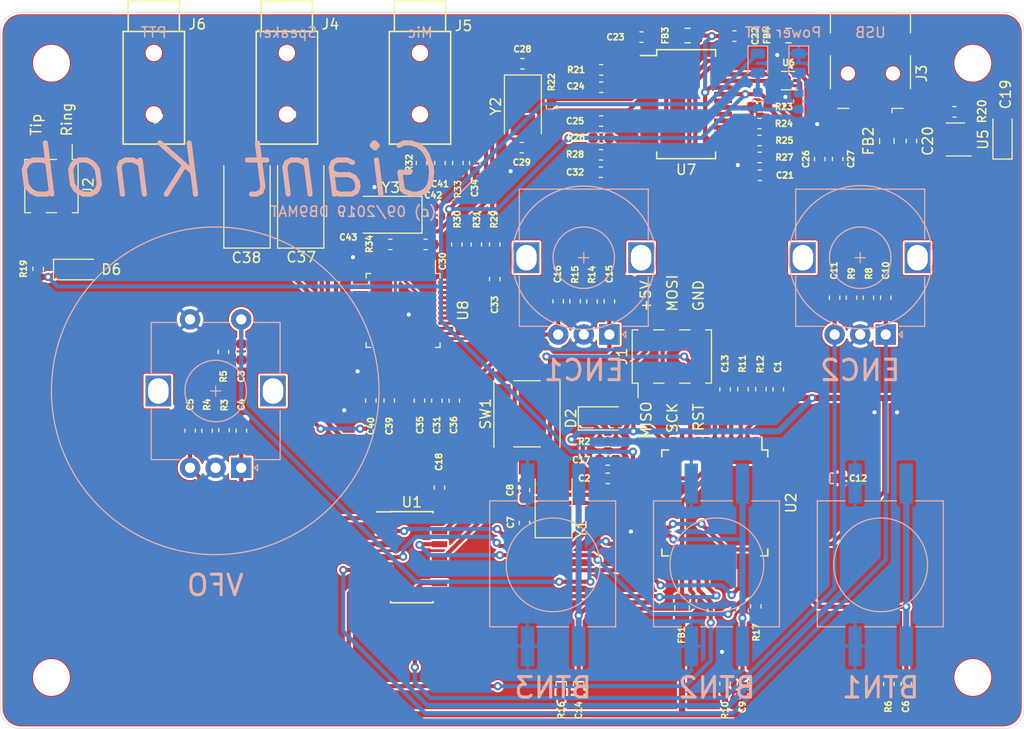
<source format=kicad_pcb>
(kicad_pcb (version 20171130) (host pcbnew "(5.1.0)-1")
  (layers (0 F.Cu signal) (31 B.Cu signal) (34 B.Paste user) (35 F.Paste user) (36 B.SilkS user) (37 F.SilkS user) (38 B.Mask user) (39 F.Mask user) (44 Edge.Cuts user))
  (net 0 "")
  (net 1 GND)
  (net 2 +5V)
  (net 3 VFO_BTN)
  (net 4 "Net-(C4-Pad1)")
  (net 5 BTN1)
  (net 6 "Net-(C7-Pad2)")
  (net 7 "Net-(C8-Pad1)")
  (net 8 BTN2)
  (net 9 "Net-(C10-Pad1)")
  (net 10 "Net-(C11-Pad1)")
  (net 11 "Net-(C12-Pad2)")
  (net 12 "Net-(C13-Pad2)")
  (net 13 BTN3)
  (net 14 "Net-(C15-Pad1)")
  (net 15 "Net-(C16-Pad1)")
  (net 16 PTT)
  (net 17 "Net-(C20-Pad1)")
  (net 18 +3V3)
  (net 19 VDDA)
  (net 20 "Net-(C28-Pad2)")
  (net 21 "Net-(C29-Pad1)")
  (net 22 "Net-(C32-Pad2)")
  (net 23 "Net-(C33-Pad2)")
  (net 24 "Net-(C37-Pad1)")
  (net 25 "Net-(C37-Pad2)")
  (net 26 "Net-(C38-Pad2)")
  (net 27 "Net-(C38-Pad1)")
  (net 28 "Net-(C39-Pad1)")
  (net 29 "Net-(C39-Pad2)")
  (net 30 "Net-(C40-Pad1)")
  (net 31 "Net-(C41-Pad1)")
  (net 32 "Net-(C42-Pad2)")
  (net 33 "Net-(C43-Pad2)")
  (net 34 "Net-(D1-Pad2)")
  (net 35 RESET)
  (net 36 "Net-(D5-Pad2)")
  (net 37 "Net-(FB1-Pad2)")
  (net 38 "Net-(FB2-Pad2)")
  (net 39 "Net-(FB4-Pad2)")
  (net 40 MISO)
  (net 41 SCK)
  (net 42 MOSI)
  (net 43 "Net-(J2-Pad1)")
  (net 44 "Net-(J2-Pad2)")
  (net 45 "Net-(J2-Pad3)")
  (net 46 USBDM_UPSTREAM)
  (net 47 USBDP_UPSTREAM)
  (net 48 "Net-(J3-Pad4)")
  (net 49 "Net-(J5-Pad2)")
  (net 50 USBDP_ATMEGA)
  (net 51 "Net-(R11-Pad1)")
  (net 52 USBDM_ATMEGA)
  (net 53 "Net-(R12-Pad1)")
  (net 54 "Net-(R17-Pad2)")
  (net 55 "Net-(R20-Pad2)")
  (net 56 "Net-(R21-Pad1)")
  (net 57 "Net-(R23-Pad2)")
  (net 58 "Net-(R25-Pad2)")
  (net 59 "Net-(R27-Pad2)")
  (net 60 USBDP_AUDIO)
  (net 61 "Net-(R30-Pad1)")
  (net 62 USBDM_AUDIO)
  (net 63 "Net-(R31-Pad1)")
  (net 64 "Net-(R32-Pad1)")
  (net 65 VFO_A)
  (net 66 VFO_B)
  (net 67 ENC1_A)
  (net 68 ENC1_B)
  (net 69 ENC2_A)
  (net 70 ENC2_B)
  (net 71 "Net-(U2-Pad28)")
  (net 72 "Net-(U2-Pad29)")
  (net 73 "Net-(U2-Pad30)")
  (net 74 "Net-(U2-Pad36)")
  (net 75 "Net-(U2-Pad37)")
  (net 76 "Net-(U2-Pad38)")
  (net 77 "Net-(U2-Pad39)")
  (net 78 "Net-(U2-Pad40)")
  (net 79 "Net-(U2-Pad41)")
  (net 80 "Net-(U7-Pad8)")
  (net 81 "Net-(U7-Pad9)")
  (net 82 "Net-(U7-Pad11)")
  (net 83 "Net-(U7-Pad12)")
  (net 84 "Net-(U7-Pad19)")
  (net 85 "Net-(U7-Pad20)")
  (net 86 "Net-(U7-Pad22)")
  (net 87 "Net-(U8-Pad1)")
  (net 88 "Net-(U8-Pad2)")
  (net 89 "Net-(U8-Pad3)")
  (net 90 "Net-(U8-Pad4)")
  (net 91 "Net-(U8-Pad5)")
  (net 92 "Net-(U8-Pad6)")
  (net 93 "Net-(U8-Pad11)")
  (net 94 "Net-(U8-Pad12)")
  (net 95 "Net-(U8-Pad13)")
  (net 96 "Net-(U8-Pad15)")
  (net 97 "Net-(U8-Pad17)")
  (net 98 "Net-(U8-Pad18)")
  (net 99 "Net-(U8-Pad19)")
  (net 100 "Net-(U8-Pad20)")
  (net 101 "Net-(U8-Pad21)")
  (net 102 "Net-(U8-Pad31)")
  (net 103 "Net-(U8-Pad39)")
  (net 104 "Net-(U8-Pad40)")
  (net 105 "Net-(U8-Pad43)")
  (net 106 "Net-(U8-Pad44)")
  (net 107 "Net-(U8-Pad45)")
  (net 108 "Net-(U8-Pad46)")
  (net 109 "Net-(U8-Pad47)")
  (net 110 "Net-(U8-Pad48)")
  (net 111 "Net-(U6-Pad1)")
  (net 112 "Net-(U6-Pad2)")
  (net 113 "Net-(C5-Pad1)")
  (net 114 "Net-(U2-Pad8)")
  (net 115 "Net-(U2-Pad1)")
  (module GiantKnob:K2-1103SP (layer B.Cu) (at 176 114 270)
    (fp_text reference SW3 hide)
    (fp_text value BTN1 hide)
    (pad 1 smd rect (at 7.95 2.5 270) (size 3.9 1.3) (layers B.Cu B.Paste B.Mask) (net 1 GND))
    (pad 2 smd rect (at 7.95 -2.5 270) (size 3.9 1.3) (layers B.Cu B.Paste B.Mask) (net 5 BTN1))
    (pad 1 smd rect (at -7.95 2.5 270) (size 3.9 1.3) (layers B.Cu B.Paste B.Mask) (net 1 GND))
    (pad 2 smd rect (at -7.95 -2.5 270) (size 3.9 1.3) (layers B.Cu B.Paste B.Mask) (net 5 BTN1))
  )
  (module GiantKnob:K2-1103SP (layer B.Cu) (at 160 114 270)
    (fp_text reference SW5 hide)
    (fp_text value BTN2 hide)
    (pad 1 smd rect (at 7.95 2.5 270) (size 3.9 1.3) (layers B.Cu B.Paste B.Mask) (net 1 GND))
    (pad 2 smd rect (at 7.95 -2.5 270) (size 3.9 1.3) (layers B.Cu B.Paste B.Mask) (net 8 BTN2))
    (pad 1 smd rect (at -7.95 2.5 270) (size 3.9 1.3) (layers B.Cu B.Paste B.Mask) (net 1 GND))
    (pad 2 smd rect (at -7.95 -2.5 270) (size 3.9 1.3) (layers B.Cu B.Paste B.Mask) (net 8 BTN2))
  )
  (module GiantKnob:K2-1103SP (layer B.Cu) (at 144 114 270)
    (fp_text reference SW6 hide)
    (fp_text value BTN3 hide)
    (pad 1 smd rect (at 7.95 2.5 270) (size 3.9 1.3) (layers B.Cu B.Paste B.Mask) (net 1 GND))
    (pad 2 smd rect (at 7.95 -2.5 270) (size 3.9 1.3) (layers B.Cu B.Paste B.Mask) (net 13 BTN3))
    (pad 1 smd rect (at -7.95 2.5 270) (size 3.9 1.3) (layers B.Cu B.Paste B.Mask) (net 1 GND))
    (pad 2 smd rect (at -7.95 -2.5 270) (size 3.9 1.3) (layers B.Cu B.Paste B.Mask) (net 13 BTN3))
  )
  (module MountingHole:MountingHole_3.2mm_M3_DIN965 (layer F.Cu) (at 185 65)
    (fp_text reference REF** hide)
    (fp_text value MountingHole_3.2mm_M3_DIN965 hide)
    (pad 1 np_thru_hole circle (at 0 0) (size 3.2 3.2) (drill 3.2) (layers *.Cu *.Mask))
  )
  (module MountingHole:MountingHole_3.2mm_M3_DIN965 (layer F.Cu) (at 95 65)
    (fp_text reference REF** hide)
    (fp_text value MountingHole_3.2mm_M3_DIN965 hide)
    (pad 1 np_thru_hole circle (at 0 0) (size 3.2 3.2) (drill 3.2) (layers *.Cu *.Mask))
  )
  (module MountingHole:MountingHole_3.2mm_M3_DIN965 (layer F.Cu) (at 95 125)
    (fp_text reference REF** hide)
    (fp_text value MountingHole_3.2mm_M3_DIN965 hide)
    (pad 1 np_thru_hole circle (at 0 0) (size 3.2 3.2) (drill 3.2) (layers *.Cu *.Mask))
  )
  (module MountingHole:MountingHole_3.2mm_M3_DIN965 (layer F.Cu) (at 185 125)
    (fp_text reference REF** hide)
    (fp_text value MountingHole_3.2mm_M3_DIN965 hide)
    (pad 1 np_thru_hole circle (at 0 0) (size 3.2 3.2) (drill 3.2) (layers *.Cu *.Mask))
  )
  (module Rotary_Encoder:RotaryEncoder_Alps_EC12E_Vertical_H20mm (layer B.Cu) (at 174 84 90)
    (fp_text reference SW4 hide)
    (fp_text value ENC1)
    (pad A thru_hole rect (at -7.5 2.5 90) (size 2 2) (drill 1) (layers *.Cu *.Mask) (net 9 "Net-(C10-Pad1)"))
    (pad C thru_hole circle (at -7.5 0 90) (size 2 2) (drill 1) (layers *.Cu *.Mask) (net 1 GND))
    (pad B thru_hole circle (at -7.5 -2.5 90) (size 2 2) (drill 1) (layers *.Cu *.Mask) (net 10 "Net-(C11-Pad1)"))
    (pad MP thru_hole rect (at 0 5.6 90) (size 3 2.5) (drill oval 2.5 2) (layers *.Cu *.Mask))
    (pad MP thru_hole rect (at 0 -5.6 90) (size 3 2.5) (drill oval 2.5 2) (layers *.Cu *.Mask))
  )
  (module Rotary_Encoder:RotaryEncoder_Alps_EC12E_Vertical_H20mm (layer B.Cu) (at 147 84 90)
    (fp_text reference SW7 hide)
    (fp_text value ENC2)
    (pad MP thru_hole rect (at 0 -5.6 90) (size 3 2.5) (drill oval 2.5 2) (layers *.Cu *.Mask))
    (pad MP thru_hole rect (at 0 5.6 90) (size 3 2.5) (drill oval 2.5 2) (layers *.Cu *.Mask))
    (pad B thru_hole circle (at -7.5 -2.5 90) (size 2 2) (drill 1) (layers *.Cu *.Mask) (net 15 "Net-(C16-Pad1)"))
    (pad C thru_hole circle (at -7.5 0 90) (size 2 2) (drill 1) (layers *.Cu *.Mask) (net 1 GND))
    (pad A thru_hole rect (at -7.5 2.5 90) (size 2 2) (drill 1) (layers *.Cu *.Mask) (net 14 "Net-(C15-Pad1)"))
  )
  (module Rotary_Encoder:RotaryEncoder_Alps_EC12E-Switch_Vertical_H20mm (layer B.Cu) (at 111 97 90)
    (fp_text reference SW2 hide)
    (fp_text value VFO)
    (pad S2 thru_hole circle (at 6.98 -2.46 90) (size 2 2) (drill 1) (layers *.Cu *.Mask) (net 1 GND))
    (pad S1 thru_hole circle (at 6.98 2.54 90) (size 2 2) (drill 1) (layers *.Cu *.Mask) (net 3 VFO_BTN))
    (pad MP thru_hole rect (at -0.02 -5.56 90) (size 3 2.5) (drill oval 2.5 2) (layers *.Cu *.Mask))
    (pad MP thru_hole rect (at -0.02 5.64 90) (size 3 2.5) (drill oval 2.5 2) (layers *.Cu *.Mask))
    (pad B thru_hole circle (at -7.52 -2.46 90) (size 2 2) (drill 1) (layers *.Cu *.Mask) (net 113 "Net-(C5-Pad1)"))
    (pad C thru_hole circle (at -7.52 0.04 90) (size 2 2) (drill 1) (layers *.Cu *.Mask) (net 1 GND))
    (pad A thru_hole rect (at -7.52 2.54 90) (size 2 2) (drill 1) (layers *.Cu *.Mask) (net 4 "Net-(C4-Pad1)"))
  )
  (module Capacitor_SMD:C_0603_1608Metric (layer F.Cu) (at 166 96.85 90)
    (fp_text reference C1 (at 2.2 -0.05 90) (layer F.SilkS) (effects (font (size 0.6 0.6))))
    (fp_text value 100n)
    (pad 2 smd roundrect (at 0.7875 0 90) (size 0.875 0.95) (layers F.Cu F.Paste F.Mask) (net 1 GND))
    (pad 1 smd roundrect (at -0.7875 0 90) (size 0.875 0.95) (layers F.Cu F.Paste F.Mask) (net 2 +5V))
  )
  (module Capacitor_SMD:C_0603_1608Metric (layer F.Cu) (at 149.3375 105.55 180)
    (fp_text reference C2 (at 2.2875 0 180) (layer F.SilkS) (effects (font (size 0.6 0.6))))
    (fp_text value 100n)
    (pad 1 smd roundrect (at -0.7875 0 180) (size 0.875 0.95) (layers F.Cu F.Paste F.Mask) (net 2 +5V))
    (pad 2 smd roundrect (at 0.7875 0 180) (size 0.875 0.95) (layers F.Cu F.Paste F.Mask) (net 1 GND))
  )
  (module Capacitor_SMD:C_0603_1608Metric (layer F.Cu) (at 113.55 93.2 270)
    (fp_text reference C3 (at 2.4 0 270) (layer F.SilkS) (effects (font (size 0.6 0.6))))
    (fp_text value 1p)
    (pad 2 smd roundrect (at 0.7875 0 270) (size 0.875 0.95) (layers F.Cu F.Paste F.Mask) (net 1 GND))
    (pad 1 smd roundrect (at -0.7875 0 270) (size 0.875 0.95) (layers F.Cu F.Paste F.Mask) (net 3 VFO_BTN))
  )
  (module Capacitor_SMD:C_0603_1608Metric (layer F.Cu) (at 113.55 100.8875 90)
    (fp_text reference C4 (at 2.5375 0 90) (layer F.SilkS) (effects (font (size 0.6 0.6))))
    (fp_text value 47n)
    (pad 2 smd roundrect (at 0.7875 0 90) (size 0.875 0.95) (layers F.Cu F.Paste F.Mask) (net 1 GND))
    (pad 1 smd roundrect (at -0.7875 0 90) (size 0.875 0.95) (layers F.Cu F.Paste F.Mask) (net 4 "Net-(C4-Pad1)"))
  )
  (module Capacitor_SMD:C_0603_1608Metric (layer F.Cu) (at 108.55 100.8875 90)
    (fp_text reference C5 (at 2.5375 0 90) (layer F.SilkS) (effects (font (size 0.6 0.6))))
    (fp_text value 47n)
    (pad 2 smd roundrect (at 0.7875 0 90) (size 0.875 0.95) (layers F.Cu F.Paste F.Mask) (net 1 GND))
    (pad 1 smd roundrect (at -0.7875 0 90) (size 0.875 0.95) (layers F.Cu F.Paste F.Mask) (net 113 "Net-(C5-Pad1)"))
  )
  (module Capacitor_SMD:C_0603_1608Metric (layer F.Cu) (at 178.5 125.65 270)
    (fp_text reference C6 (at 2.2 0.05 270) (layer F.SilkS) (effects (font (size 0.6 0.6))))
    (fp_text value 1p)
    (pad 2 smd roundrect (at 0.7875 0 270) (size 0.875 0.95) (layers F.Cu F.Paste F.Mask) (net 1 GND))
    (pad 1 smd roundrect (at -0.7875 0 270) (size 0.875 0.95) (layers F.Cu F.Paste F.Mask) (net 5 BTN1))
  )
  (module Capacitor_SMD:C_0603_1608Metric (layer F.Cu) (at 141.2 109.9 90)
    (fp_text reference C7 (at 0.05 -1.35 90) (layer F.SilkS) (effects (font (size 0.6 0.6))))
    (fp_text value 22p)
    (pad 2 smd roundrect (at 0.7875 0 90) (size 0.875 0.95) (layers F.Cu F.Paste F.Mask) (net 6 "Net-(C7-Pad2)"))
    (pad 1 smd roundrect (at -0.7875 0 90) (size 0.875 0.95) (layers F.Cu F.Paste F.Mask) (net 1 GND))
  )
  (module Capacitor_SMD:C_0603_1608Metric (layer F.Cu) (at 141.2 106.7 90)
    (fp_text reference C8 (at 0 -1.4 90) (layer F.SilkS) (effects (font (size 0.6 0.6))))
    (fp_text value 22p)
    (pad 1 smd roundrect (at -0.7875 0 90) (size 0.875 0.95) (layers F.Cu F.Paste F.Mask) (net 7 "Net-(C8-Pad1)"))
    (pad 2 smd roundrect (at 0.7875 0 90) (size 0.875 0.95) (layers F.Cu F.Paste F.Mask) (net 1 GND))
  )
  (module Capacitor_SMD:C_0603_1608Metric (layer F.Cu) (at 162.5 125.6125 270)
    (fp_text reference C9 (at 2.2875 0 270) (layer F.SilkS) (effects (font (size 0.6 0.6))))
    (fp_text value 1p)
    (pad 2 smd roundrect (at 0.7875 0 270) (size 0.875 0.95) (layers F.Cu F.Paste F.Mask) (net 1 GND))
    (pad 1 smd roundrect (at -0.7875 0 270) (size 0.875 0.95) (layers F.Cu F.Paste F.Mask) (net 8 BTN2))
  )
  (module Capacitor_SMD:C_0603_1608Metric (layer F.Cu) (at 176.5 87.9 90)
    (fp_text reference C10 (at 2.65 0 90) (layer F.SilkS) (effects (font (size 0.6 0.6))))
    (fp_text value 47n)
    (pad 2 smd roundrect (at 0.7875 0 90) (size 0.875 0.95) (layers F.Cu F.Paste F.Mask) (net 1 GND))
    (pad 1 smd roundrect (at -0.7875 0 90) (size 0.875 0.95) (layers F.Cu F.Paste F.Mask) (net 9 "Net-(C10-Pad1)"))
  )
  (module Capacitor_SMD:C_0603_1608Metric (layer F.Cu) (at 171.5 87.9 90)
    (fp_text reference C11 (at 2.65 -0.05 90) (layer F.SilkS) (effects (font (size 0.6 0.6))))
    (fp_text value 47n)
    (pad 1 smd roundrect (at -0.7875 0 90) (size 0.875 0.95) (layers F.Cu F.Paste F.Mask) (net 10 "Net-(C11-Pad1)"))
    (pad 2 smd roundrect (at 0.7875 0 90) (size 0.875 0.95) (layers F.Cu F.Paste F.Mask) (net 1 GND))
  )
  (module Capacitor_SMD:C_0603_1608Metric (layer F.Cu) (at 171.2375 105.55 180)
    (fp_text reference C12 (at -2.5625 0 180) (layer F.SilkS) (effects (font (size 0.6 0.6))))
    (fp_text value 100n)
    (pad 1 smd roundrect (at -0.7875 0 180) (size 0.875 0.95) (layers F.Cu F.Paste F.Mask) (net 1 GND))
    (pad 2 smd roundrect (at 0.7875 0 180) (size 0.875 0.95) (layers F.Cu F.Paste F.Mask) (net 11 "Net-(C12-Pad2)"))
  )
  (module Capacitor_SMD:C_0603_1608Metric (layer F.Cu) (at 160.8 96.85 270)
    (fp_text reference C13 (at -2.5 0 270) (layer F.SilkS) (effects (font (size 0.6 0.6))))
    (fp_text value 1u)
    (pad 1 smd roundrect (at -0.7875 0 270) (size 0.875 0.95) (layers F.Cu F.Paste F.Mask) (net 1 GND))
    (pad 2 smd roundrect (at 0.7875 0 270) (size 0.875 0.95) (layers F.Cu F.Paste F.Mask) (net 12 "Net-(C13-Pad2)"))
  )
  (module Capacitor_SMD:C_0603_1608Metric (layer F.Cu) (at 146.5 125.65 270)
    (fp_text reference C14 (at 2.55 0 270) (layer F.SilkS) (effects (font (size 0.6 0.6))))
    (fp_text value 1p)
    (pad 2 smd roundrect (at 0.7875 0 270) (size 0.875 0.95) (layers F.Cu F.Paste F.Mask) (net 1 GND))
    (pad 1 smd roundrect (at -0.7875 0 270) (size 0.875 0.95) (layers F.Cu F.Paste F.Mask) (net 13 BTN3))
  )
  (module Capacitor_SMD:C_0603_1608Metric (layer F.Cu) (at 149.5 88.25 90)
    (fp_text reference C15 (at 2.65 0 90) (layer F.SilkS) (effects (font (size 0.6 0.6))))
    (fp_text value 47n)
    (pad 1 smd roundrect (at -0.7875 0 90) (size 0.875 0.95) (layers F.Cu F.Paste F.Mask) (net 14 "Net-(C15-Pad1)"))
    (pad 2 smd roundrect (at 0.7875 0 90) (size 0.875 0.95) (layers F.Cu F.Paste F.Mask) (net 1 GND))
  )
  (module Capacitor_SMD:C_0603_1608Metric (layer F.Cu) (at 144.5 88.25 90)
    (fp_text reference C16 (at 2.65 -0.05 90) (layer F.SilkS) (effects (font (size 0.6 0.6))))
    (fp_text value 47n)
    (pad 2 smd roundrect (at 0.7875 0 90) (size 0.875 0.95) (layers F.Cu F.Paste F.Mask) (net 1 GND))
    (pad 1 smd roundrect (at -0.7875 0 90) (size 0.875 0.95) (layers F.Cu F.Paste F.Mask) (net 15 "Net-(C16-Pad1)"))
  )
  (module Capacitor_SMD:C_0603_1608Metric (layer F.Cu) (at 149.3375 103.75 180)
    (fp_text reference C17 (at 2.5875 0 180) (layer F.SilkS) (effects (font (size 0.6 0.6))))
    (fp_text value 1u)
    (pad 1 smd roundrect (at -0.7875 0 180) (size 0.875 0.95) (layers F.Cu F.Paste F.Mask) (net 16 PTT))
    (pad 2 smd roundrect (at 0.7875 0 180) (size 0.875 0.95) (layers F.Cu F.Paste F.Mask) (net 1 GND))
  )
  (module Capacitor_SMD:C_0603_1608Metric (layer F.Cu) (at 132.9 106.45 90)
    (fp_text reference C18 (at 2.5 -0.05 90) (layer F.SilkS) (effects (font (size 0.6 0.6))))
    (fp_text value 100n)
    (pad 2 smd roundrect (at 0.7875 0 90) (size 0.875 0.95) (layers F.Cu F.Paste F.Mask) (net 1 GND))
    (pad 1 smd roundrect (at -0.7875 0 90) (size 0.875 0.95) (layers F.Cu F.Paste F.Mask) (net 2 +5V))
  )
  (module Capacitor_Tantalum_SMD:CP_EIA-3216-18_Kemet-A (layer F.Cu) (at 187.9 72.05 90)
    (fp_text reference C19 (at 4 0.3 90) (layer F.SilkS))
    (fp_text value 22u)
    (pad 1 smd roundrect (at -1.35 0 90) (size 1.4 1.35) (layers F.Cu F.Paste F.Mask) (roundrect_rratio 0.185185) (net 2 +5V))
    (pad 2 smd roundrect (at 1.35 0 90) (size 1.4 1.35) (layers F.Cu F.Paste F.Mask) (roundrect_rratio 0.185185) (net 1 GND))
  )
  (module Capacitor_SMD:C_0603_1608Metric (layer F.Cu) (at 179 72.6 90)
    (fp_text reference C20 (at 0 1.6 90) (layer F.SilkS))
    (fp_text value 4u7)
    (pad 2 smd roundrect (at 0.7875 0 90) (size 0.875 0.95) (layers F.Cu F.Paste F.Mask) (net 1 GND))
    (pad 1 smd roundrect (at -0.7875 0 90) (size 0.875 0.95) (layers F.Cu F.Paste F.Mask) (net 17 "Net-(C20-Pad1)"))
  )
  (module Capacitor_SMD:C_0603_1608Metric (layer F.Cu) (at 164.2 75.95 180)
    (fp_text reference C21 (at -2.45 0 180) (layer F.SilkS) (effects (font (size 0.6 0.6))))
    (fp_text value 100n)
    (pad 1 smd roundrect (at -0.7875 0 180) (size 0.875 0.95) (layers F.Cu F.Paste F.Mask) (net 18 +3V3))
    (pad 2 smd roundrect (at 0.7875 0 180) (size 0.875 0.95) (layers F.Cu F.Paste F.Mask) (net 1 GND))
  )
  (module Capacitor_SMD:C_0603_1608Metric (layer F.Cu) (at 161.7125 62.35)
    (fp_text reference C22 (at 2.0375 0 90) (layer F.SilkS) (effects (font (size 0.6 0.6))))
    (fp_text value 10u)
    (pad 2 smd roundrect (at 0.7875 0) (size 0.875 0.95) (layers F.Cu F.Paste F.Mask) (net 1 GND))
    (pad 1 smd roundrect (at -0.7875 0) (size 0.875 0.95) (layers F.Cu F.Paste F.Mask) (net 18 +3V3))
  )
  (module Capacitor_SMD:C_0603_1608Metric (layer F.Cu) (at 152.6375 62.45 180)
    (fp_text reference C23 (at 2.5375 0 180) (layer F.SilkS) (effects (font (size 0.6 0.6))))
    (fp_text value 100n)
    (pad 1 smd roundrect (at -0.7875 0 180) (size 0.875 0.95) (layers F.Cu F.Paste F.Mask) (net 19 VDDA))
    (pad 2 smd roundrect (at 0.7875 0 180) (size 0.875 0.95) (layers F.Cu F.Paste F.Mask) (net 1 GND))
  )
  (module Capacitor_SMD:C_0603_1608Metric (layer F.Cu) (at 148.7 67.35 180)
    (fp_text reference C24 (at 2.5 0.1 180) (layer F.SilkS) (effects (font (size 0.6 0.6))))
    (fp_text value 100n)
    (pad 2 smd roundrect (at 0.7875 0 180) (size 0.875 0.95) (layers F.Cu F.Paste F.Mask) (net 1 GND))
    (pad 1 smd roundrect (at -0.7875 0 180) (size 0.875 0.95) (layers F.Cu F.Paste F.Mask) (net 19 VDDA))
  )
  (module Capacitor_SMD:C_0603_1608Metric (layer F.Cu) (at 148.6875 70.65 180)
    (fp_text reference C25 (at 2.5375 0 180) (layer F.SilkS) (effects (font (size 0.6 0.6))))
    (fp_text value 100n)
    (pad 1 smd roundrect (at -0.7875 0 180) (size 0.875 0.95) (layers F.Cu F.Paste F.Mask) (net 19 VDDA))
    (pad 2 smd roundrect (at 0.7875 0 180) (size 0.875 0.95) (layers F.Cu F.Paste F.Mask) (net 1 GND))
  )
  (module Capacitor_SMD:C_0603_1608Metric (layer F.Cu) (at 170.05 74.3625 270)
    (fp_text reference C26 (at 0 1.35 270) (layer F.SilkS) (effects (font (size 0.6 0.6))))
    (fp_text value 100n)
    (pad 1 smd roundrect (at -0.7875 0 270) (size 0.875 0.95) (layers F.Cu F.Paste F.Mask) (net 2 +5V))
    (pad 2 smd roundrect (at 0.7875 0 270) (size 0.875 0.95) (layers F.Cu F.Paste F.Mask) (net 1 GND))
  )
  (module Capacitor_SMD:C_0603_1608Metric (layer F.Cu) (at 171.8 74.3625 270)
    (fp_text reference C27 (at 0 -1.3 270) (layer F.SilkS) (effects (font (size 0.6 0.6))))
    (fp_text value 10u)
    (pad 1 smd roundrect (at -0.7875 0 270) (size 0.875 0.95) (layers F.Cu F.Paste F.Mask) (net 2 +5V))
    (pad 2 smd roundrect (at 0.7875 0 270) (size 0.875 0.95) (layers F.Cu F.Paste F.Mask) (net 1 GND))
  )
  (module Capacitor_SMD:C_0603_1608Metric (layer F.Cu) (at 141.0125 65.05)
    (fp_text reference C28 (at 0 -1.43) (layer F.SilkS) (effects (font (size 0.6 0.6))))
    (fp_text value 33p)
    (pad 1 smd roundrect (at -0.7875 0) (size 0.875 0.95) (layers F.Cu F.Paste F.Mask) (net 1 GND))
    (pad 2 smd roundrect (at 0.7875 0) (size 0.875 0.95) (layers F.Cu F.Paste F.Mask) (net 20 "Net-(C28-Pad2)"))
  )
  (module Capacitor_SMD:C_0603_1608Metric (layer F.Cu) (at 140.9375 73.25 180)
    (fp_text reference C29 (at 0 -1.43 180) (layer F.SilkS) (effects (font (size 0.6 0.6))))
    (fp_text value 33p)
    (pad 2 smd roundrect (at 0.7875 0 180) (size 0.875 0.95) (layers F.Cu F.Paste F.Mask) (net 1 GND))
    (pad 1 smd roundrect (at -0.7875 0 180) (size 0.875 0.95) (layers F.Cu F.Paste F.Mask) (net 21 "Net-(C29-Pad1)"))
  )
  (module Capacitor_SMD:C_0603_1608Metric (layer F.Cu) (at 131.55 82.7)
    (fp_text reference C30 (at 1.65 1.65 90) (layer F.SilkS) (effects (font (size 0.6 0.6))))
    (fp_text value 4u7)
    (pad 1 smd roundrect (at -0.7875 0) (size 0.875 0.95) (layers F.Cu F.Paste F.Mask) (net 2 +5V))
    (pad 2 smd roundrect (at 0.7875 0) (size 0.875 0.95) (layers F.Cu F.Paste F.Mask) (net 1 GND))
  )
  (module Capacitor_SMD:C_0603_1608Metric (layer F.Cu) (at 132.65 97.9625 270)
    (fp_text reference C31 (at 2.3875 0 270) (layer F.SilkS) (effects (font (size 0.6 0.6))))
    (fp_text value 4u7)
    (pad 2 smd roundrect (at 0.7875 0 270) (size 0.875 0.95) (layers F.Cu F.Paste F.Mask) (net 1 GND))
    (pad 1 smd roundrect (at -0.7875 0 270) (size 0.875 0.95) (layers F.Cu F.Paste F.Mask) (net 2 +5V))
  )
  (module Capacitor_SMD:C_0603_1608Metric (layer F.Cu) (at 148.6625 75.65)
    (fp_text reference C32 (at -2.5125 0 180) (layer F.SilkS) (effects (font (size 0.6 0.6))))
    (fp_text value 1u)
    (pad 1 smd roundrect (at -0.7875 0) (size 0.875 0.95) (layers F.Cu F.Paste F.Mask) (net 1 GND))
    (pad 2 smd roundrect (at 0.7875 0) (size 0.875 0.95) (layers F.Cu F.Paste F.Mask) (net 22 "Net-(C32-Pad2)"))
  )
  (module Capacitor_SMD:C_0603_1608Metric (layer F.Cu) (at 138.3 86.0875 90)
    (fp_text reference C33 (at -2.5125 0 90) (layer F.SilkS) (effects (font (size 0.6 0.6))))
    (fp_text value 4u7)
    (pad 1 smd roundrect (at -0.7875 0 90) (size 0.875 0.95) (layers F.Cu F.Paste F.Mask) (net 1 GND))
    (pad 2 smd roundrect (at 0.7875 0 90) (size 0.875 0.95) (layers F.Cu F.Paste F.Mask) (net 23 "Net-(C33-Pad2)"))
  )
  (module Capacitor_SMD:C_0603_1608Metric (layer F.Cu) (at 136.35 74.7375 90)
    (fp_text reference C34 (at -2.4625 0 90) (layer F.SilkS) (effects (font (size 0.6 0.6))))
    (fp_text value 100n)
    (pad 2 smd roundrect (at 0.7875 0 90) (size 0.875 0.95) (layers F.Cu F.Paste F.Mask) (net 1 GND))
    (pad 1 smd roundrect (at -0.7875 0 90) (size 0.875 0.95) (layers F.Cu F.Paste F.Mask) (net 2 +5V))
  )
  (module Capacitor_SMD:C_0603_1608Metric (layer F.Cu) (at 130.95 97.9625 270)
    (fp_text reference C35 (at 2.3875 -0.05 270) (layer F.SilkS) (effects (font (size 0.6 0.6))))
    (fp_text value 100n)
    (pad 2 smd roundrect (at 0.7875 0 270) (size 0.875 0.95) (layers F.Cu F.Paste F.Mask) (net 1 GND))
    (pad 1 smd roundrect (at -0.7875 0 270) (size 0.875 0.95) (layers F.Cu F.Paste F.Mask) (net 2 +5V))
  )
  (module Capacitor_SMD:C_0603_1608Metric (layer F.Cu) (at 134.35 97.9625 270)
    (fp_text reference C36 (at 2.3875 0.05 270) (layer F.SilkS) (effects (font (size 0.6 0.6))))
    (fp_text value 100n)
    (pad 1 smd roundrect (at -0.7875 0 270) (size 0.875 0.95) (layers F.Cu F.Paste F.Mask) (net 2 +5V))
    (pad 2 smd roundrect (at 0.7875 0 270) (size 0.875 0.95) (layers F.Cu F.Paste F.Mask) (net 1 GND))
  )
  (module Capacitor_Tantalum_SMD:CP_EIA-7343-31_Kemet-D (layer F.Cu) (at 119.35 78.65 90)
    (fp_text reference C37 (at -5.3 0.05 180) (layer F.SilkS))
    (fp_text value 470u/6.3V)
    (pad 1 smd roundrect (at -3.1125 0 90) (size 2.075 2.55) (layers F.Cu F.Paste F.Mask) (roundrect_rratio 0.120482) (net 24 "Net-(C37-Pad1)"))
    (pad 2 smd roundrect (at 3.1125 0 90) (size 2.075 2.55) (layers F.Cu F.Paste F.Mask) (roundrect_rratio 0.120482) (net 25 "Net-(C37-Pad2)"))
  )
  (module Capacitor_Tantalum_SMD:CP_EIA-7343-31_Kemet-D (layer F.Cu) (at 114.1 78.65 90)
    (fp_text reference C38 (at -5.35 -0.05 180) (layer F.SilkS))
    (fp_text value 470u/6.3V)
    (pad 2 smd roundrect (at 3.1125 0 90) (size 2.075 2.55) (layers F.Cu F.Paste F.Mask) (roundrect_rratio 0.120482) (net 26 "Net-(C38-Pad2)"))
    (pad 1 smd roundrect (at -3.1125 0 90) (size 2.075 2.55) (layers F.Cu F.Paste F.Mask) (roundrect_rratio 0.120482) (net 27 "Net-(C38-Pad1)"))
  )
  (module Capacitor_SMD:C_0603_1608Metric (layer F.Cu) (at 128 97.9375 90)
    (fp_text reference C39 (at -2.5125 0 90) (layer F.SilkS) (effects (font (size 0.6 0.6))))
    (fp_text value 1u)
    (pad 1 smd roundrect (at -0.7875 0 90) (size 0.875 0.95) (layers F.Cu F.Paste F.Mask) (net 28 "Net-(C39-Pad1)"))
    (pad 2 smd roundrect (at 0.7875 0 90) (size 0.875 0.95) (layers F.Cu F.Paste F.Mask) (net 29 "Net-(C39-Pad2)"))
  )
  (module Capacitor_SMD:C_0603_1608Metric (layer F.Cu) (at 126.2 97.95 270)
    (fp_text reference C40 (at 2.5 0 270) (layer F.SilkS) (effects (font (size 0.6 0.6))))
    (fp_text value 4u7)
    (pad 2 smd roundrect (at 0.7875 0 270) (size 0.875 0.95) (layers F.Cu F.Paste F.Mask) (net 1 GND))
    (pad 1 smd roundrect (at -0.7875 0 270) (size 0.875 0.95) (layers F.Cu F.Paste F.Mask) (net 30 "Net-(C40-Pad1)"))
  )
  (module Capacitor_SMD:C_0603_1608Metric (layer F.Cu) (at 132.95 74.7375 90)
    (fp_text reference C41 (at -2.0625 0 180) (layer F.SilkS) (effects (font (size 0.6 0.6))))
    (fp_text value 4u7)
    (pad 1 smd roundrect (at -0.7875 0 90) (size 0.875 0.95) (layers F.Cu F.Paste F.Mask) (net 31 "Net-(C41-Pad1)"))
    (pad 2 smd roundrect (at 0.7875 0 90) (size 0.875 0.95) (layers F.Cu F.Paste F.Mask) (net 1 GND))
  )
  (module Capacitor_SMD:C_0603_1608Metric (layer F.Cu) (at 132.3 79.8 270)
    (fp_text reference C42 (at -1.9 0) (layer F.SilkS) (effects (font (size 0.6 0.6))))
    (fp_text value 22p)
    (pad 1 smd roundrect (at -0.7875 0 270) (size 0.875 0.95) (layers F.Cu F.Paste F.Mask) (net 1 GND))
    (pad 2 smd roundrect (at 0.7875 0 270) (size 0.875 0.95) (layers F.Cu F.Paste F.Mask) (net 32 "Net-(C42-Pad2)"))
  )
  (module Capacitor_SMD:C_0603_1608Metric (layer F.Cu) (at 124 79.8125 270)
    (fp_text reference C43 (at 2.1875 0) (layer F.SilkS) (effects (font (size 0.6 0.6))))
    (fp_text value 22p)
    (pad 2 smd roundrect (at 0.7875 0 270) (size 0.875 0.95) (layers F.Cu F.Paste F.Mask) (net 33 "Net-(C43-Pad2)"))
    (pad 1 smd roundrect (at -0.7875 0 270) (size 0.875 0.95) (layers F.Cu F.Paste F.Mask) (net 1 GND))
  )
  (module LED_SMD:LED_0805_2012Metric (layer B.Cu) (at 168 65 270)
    (fp_text reference D1 hide)
    (fp_text value ON hide)
    (pad 2 smd roundrect (at 0.9375 0 270) (size 0.975 1.4) (layers B.Cu B.Paste B.Mask) (net 34 "Net-(D1-Pad2)"))
    (pad 1 smd roundrect (at -0.9375 0 270) (size 0.975 1.4) (layers B.Cu B.Paste B.Mask) (net 1 GND))
  )
  (module Diode_SMD:D_1206_3216Metric (layer F.Cu) (at 148.75 99.7)
    (fp_text reference D2 (at -3 0 90) (layer F.SilkS))
    (fp_text value CD1206-S01575)
    (pad 1 smd roundrect (at -1.4 0) (size 1.25 1.75) (layers F.Cu F.Paste F.Mask) (roundrect_rratio 0.2) (net 2 +5V))
    (pad 2 smd roundrect (at 1.4 0) (size 1.25 1.75) (layers F.Cu F.Paste F.Mask) (roundrect_rratio 0.2) (net 35 RESET))
  )
  (module LED_SMD:LED_0805_2012Metric (layer B.Cu) (at 164 65 270)
    (fp_text reference D5 hide)
    (fp_text value PTT_LED hide)
    (pad 1 smd roundrect (at -0.9375 0 270) (size 0.975 1.4) (layers B.Cu B.Paste B.Mask) (net 16 PTT))
    (pad 2 smd roundrect (at 0.9375 0 270) (size 0.975 1.4) (layers B.Cu B.Paste B.Mask) (net 36 "Net-(D5-Pad2)"))
  )
  (module Diode_SMD:D_SOD-123 (layer F.Cu) (at 97.45 85.15)
    (fp_text reference D6 (at 3.4 0) (layer F.SilkS))
    (fp_text value 5V1)
    (pad 1 smd rect (at -1.65 0) (size 0.9 1.2) (layers F.Cu F.Paste F.Mask) (net 16 PTT))
    (pad 2 smd rect (at 1.65 0) (size 0.9 1.2) (layers F.Cu F.Paste F.Mask) (net 1 GND))
  )
  (module Inductor_SMD:L_0805_2012Metric (layer F.Cu) (at 156.6 118.2375 90)
    (fp_text reference FB1 (at -2.6125 -0.05 90) (layer F.SilkS) (effects (font (size 0.6 0.6))))
    (fp_text value MH2029-300Y)
    (pad 1 smd roundrect (at -0.9375 0 90) (size 0.975 1.4) (layers F.Cu F.Paste F.Mask) (net 2 +5V))
    (pad 2 smd roundrect (at 0.9375 0 90) (size 0.975 1.4) (layers F.Cu F.Paste F.Mask) (net 37 "Net-(FB1-Pad2)"))
  )
  (module Inductor_SMD:L_0805_2012Metric (layer F.Cu) (at 176.6 72.6 90)
    (fp_text reference FB2 (at 0 -1.8 90) (layer F.SilkS))
    (fp_text value MH2029-300Y)
    (pad 1 smd roundrect (at -0.9375 0 90) (size 0.975 1.4) (layers F.Cu F.Paste F.Mask) (net 17 "Net-(C20-Pad1)"))
    (pad 2 smd roundrect (at 0.9375 0 90) (size 0.975 1.4) (layers F.Cu F.Paste F.Mask) (net 38 "Net-(FB2-Pad2)"))
  )
  (module Inductor_SMD:L_0805_2012Metric (layer F.Cu) (at 157.1375 62.3 180)
    (fp_text reference FB3 (at 2.1875 0 270) (layer F.SilkS) (effects (font (size 0.6 0.6))))
    (fp_text value MH2029-300Y)
    (pad 2 smd roundrect (at 0.9375 0 180) (size 0.975 1.4) (layers F.Cu F.Paste F.Mask) (net 19 VDDA))
    (pad 1 smd roundrect (at -0.9375 0 180) (size 0.975 1.4) (layers F.Cu F.Paste F.Mask) (net 18 +3V3))
  )
  (module Inductor_SMD:L_0805_2012Metric (layer F.Cu) (at 167 62.3)
    (fp_text reference FB4 (at -2.1 0 90) (layer F.SilkS) (effects (font (size 0.6 0.6))))
    (fp_text value MH2029-300Y)
    (pad 2 smd roundrect (at 0.9375 0) (size 0.975 1.4) (layers F.Cu F.Paste F.Mask) (net 39 "Net-(FB4-Pad2)"))
    (pad 1 smd roundrect (at -0.9375 0) (size 0.975 1.4) (layers F.Cu F.Paste F.Mask) (net 1 GND))
  )
  (module Connector_PinHeader_2.54mm:PinHeader_2x03_P2.54mm_Vertical_SMD (layer F.Cu) (at 155.6 93.65 90)
    (fp_text reference J1 (at 0 -4.87 90) (layer F.SilkS))
    (fp_text value ICSP)
    (pad 1 smd rect (at -2.525 -2.54 90) (size 3.15 1) (layers F.Cu F.Paste F.Mask) (net 40 MISO))
    (pad 2 smd rect (at 2.525 -2.54 90) (size 3.15 1) (layers F.Cu F.Paste F.Mask) (net 2 +5V))
    (pad 3 smd rect (at -2.525 0 90) (size 3.15 1) (layers F.Cu F.Paste F.Mask) (net 41 SCK))
    (pad 4 smd rect (at 2.525 0 90) (size 3.15 1) (layers F.Cu F.Paste F.Mask) (net 42 MOSI))
    (pad 5 smd rect (at -2.525 2.54 90) (size 3.15 1) (layers F.Cu F.Paste F.Mask) (net 35 RESET))
    (pad 6 smd rect (at 2.525 2.54 90) (size 3.15 1) (layers F.Cu F.Paste F.Mask) (net 1 GND))
  )
  (module Connector_PinHeader_2.54mm:PinHeader_2x02_P2.54mm_Vertical_SMD (layer F.Cu) (at 95 77 270)
    (fp_text reference J2 (at 0 -3.6 270) (layer F.SilkS))
    (fp_text value PTT_Select)
    (pad 1 smd rect (at -2.525 -1.27 270) (size 3.15 1) (layers F.Cu F.Paste F.Mask) (net 43 "Net-(J2-Pad1)"))
    (pad 2 smd rect (at 2.525 -1.27 270) (size 3.15 1) (layers F.Cu F.Paste F.Mask) (net 44 "Net-(J2-Pad2)"))
    (pad 3 smd rect (at -2.525 1.27 270) (size 3.15 1) (layers F.Cu F.Paste F.Mask) (net 45 "Net-(J2-Pad3)"))
    (pad 4 smd rect (at 2.525 1.27 270) (size 3.15 1) (layers F.Cu F.Paste F.Mask) (net 44 "Net-(J2-Pad2)"))
  )
  (module Connector_USB:USB_Mini-B_Lumberg_2486_01_Horizontal (layer F.Cu) (at 175 66 180)
    (fp_text reference J3 (at -5 0 270) (layer F.SilkS))
    (fp_text value USB_B)
    (pad 1 smd rect (at -1.6 -2.7 180) (size 0.5 2) (layers F.Cu F.Paste F.Mask) (net 38 "Net-(FB2-Pad2)"))
    (pad 2 smd rect (at -0.8 -2.7 180) (size 0.5 2) (layers F.Cu F.Paste F.Mask) (net 46 USBDM_UPSTREAM))
    (pad 3 smd rect (at 0 -2.7 180) (size 0.5 2) (layers F.Cu F.Paste F.Mask) (net 47 USBDP_UPSTREAM))
    (pad 4 smd rect (at 0.8 -2.7 180) (size 0.5 2) (layers F.Cu F.Paste F.Mask) (net 48 "Net-(J3-Pad4)"))
    (pad 5 smd rect (at 1.6 -2.7 180) (size 0.5 2) (layers F.Cu F.Paste F.Mask) (net 39 "Net-(FB4-Pad2)"))
    (pad 6 smd rect (at -4.45 -2.6 180) (size 2 1.7) (layers F.Cu F.Paste F.Mask) (net 39 "Net-(FB4-Pad2)"))
    (pad 6 smd rect (at -4.45 2.85 180) (size 2 1.7) (layers F.Cu F.Paste F.Mask) (net 39 "Net-(FB4-Pad2)"))
    (pad 6 smd rect (at 4.45 -2.6 180) (size 2 1.7) (layers F.Cu F.Paste F.Mask) (net 39 "Net-(FB4-Pad2)"))
    (pad 6 smd rect (at 4.45 2.85 180) (size 2 1.7) (layers F.Cu F.Paste F.Mask) (net 39 "Net-(FB4-Pad2)"))
    (pad "" np_thru_hole circle (at -2.2 0 180) (size 1 1) (drill 1) (layers *.Cu *.Mask))
    (pad "" np_thru_hole circle (at 2.2 0 180) (size 1 1) (drill 1) (layers *.Cu *.Mask))
  )
  (module GiantKnob:PJ-320B (layer F.Cu) (at 118 66 270)
    (fp_text reference J4 (at -4.8 -4.25) (layer F.SilkS))
    (fp_text value Headphones)
    (pad "" np_thru_hole circle (at -2 0 270) (size 1.2 1.2) (drill 1.2) (layers *.Cu *.Mask))
    (pad "" np_thru_hole circle (at 4 0 270) (size 1.2 1.2) (drill 1.2) (layers *.Cu *.Mask))
    (pad 3 smd rect (at -2 3.9 270) (size 1.5 4) (layers F.Cu F.Paste F.Mask) (net 1 GND))
    (pad 1 smd rect (at 5 3.9 270) (size 1.5 4) (layers F.Cu F.Paste F.Mask) (net 26 "Net-(C38-Pad2)"))
    (pad 2 smd rect (at 0 -3.9 270) (size 1.5 4) (layers F.Cu F.Paste F.Mask) (net 25 "Net-(C37-Pad2)"))
  )
  (module GiantKnob:PJ-320B (layer F.Cu) (at 131 66 270)
    (fp_text reference J5 (at -4.65 -4.25) (layer F.SilkS))
    (fp_text value Mic)
    (pad "" np_thru_hole circle (at -2 0 270) (size 1.2 1.2) (drill 1.2) (layers *.Cu *.Mask))
    (pad "" np_thru_hole circle (at 4 0 270) (size 1.2 1.2) (drill 1.2) (layers *.Cu *.Mask))
    (pad 3 smd rect (at -2 3.9 270) (size 1.5 4) (layers F.Cu F.Paste F.Mask) (net 1 GND))
    (pad 1 smd rect (at 5 3.9 270) (size 1.5 4) (layers F.Cu F.Paste F.Mask) (net 28 "Net-(C39-Pad1)"))
    (pad 2 smd rect (at 0 -3.9 270) (size 1.5 4) (layers F.Cu F.Paste F.Mask) (net 49 "Net-(J5-Pad2)"))
  )
  (module GiantKnob:PJ-320B (layer F.Cu) (at 105 66 270)
    (fp_text reference J6 (at -4.8 -4.25) (layer F.SilkS))
    (fp_text value PTT)
    (pad 2 smd rect (at 0 -3.9 270) (size 1.5 4) (layers F.Cu F.Paste F.Mask) (net 43 "Net-(J2-Pad1)"))
    (pad 1 smd rect (at 5 3.9 270) (size 1.5 4) (layers F.Cu F.Paste F.Mask) (net 45 "Net-(J2-Pad3)"))
    (pad 3 smd rect (at -2 3.9 270) (size 1.5 4) (layers F.Cu F.Paste F.Mask) (net 1 GND))
    (pad "" np_thru_hole circle (at 4 0 270) (size 1.2 1.2) (drill 1.2) (layers *.Cu *.Mask))
    (pad "" np_thru_hole circle (at -2 0 270) (size 1.2 1.2) (drill 1.2) (layers *.Cu *.Mask))
  )
  (module Resistor_SMD:R_0603_1608Metric (layer B.Cu) (at 168 68.7125 270)
    (fp_text reference R1 hide)
    (fp_text value 1k)
    (pad 2 smd roundrect (at 0.7875 0 270) (size 0.875 0.95) (layers B.Cu B.Paste B.Mask) (net 2 +5V))
    (pad 1 smd roundrect (at -0.7875 0 270) (size 0.875 0.95) (layers B.Cu B.Paste B.Mask) (net 34 "Net-(D1-Pad2)"))
  )
  (module Resistor_SMD:R_0603_1608Metric (layer F.Cu) (at 149.35 101.95)
    (fp_text reference R2 (at -2.3 0) (layer F.SilkS) (effects (font (size 0.6 0.6))))
    (fp_text value 10k)
    (pad 1 smd roundrect (at -0.7875 0) (size 0.875 0.95) (layers F.Cu F.Paste F.Mask) (net 2 +5V))
    (pad 2 smd roundrect (at 0.7875 0) (size 0.875 0.95) (layers F.Cu F.Paste F.Mask) (net 35 RESET))
  )
  (module Resistor_SMD:R_0603_1608Metric (layer F.Cu) (at 111.85 100.85 270)
    (fp_text reference R3 (at -2.45 -0.05 270) (layer F.SilkS) (effects (font (size 0.6 0.6))))
    (fp_text value 10k)
    (pad 2 smd roundrect (at 0.7875 0 270) (size 0.875 0.95) (layers F.Cu F.Paste F.Mask) (net 4 "Net-(C4-Pad1)"))
    (pad 1 smd roundrect (at -0.7875 0 270) (size 0.875 0.95) (layers F.Cu F.Paste F.Mask) (net 2 +5V))
  )
  (module Resistor_SMD:R_0603_1608Metric (layer F.Cu) (at 110.2 100.9 270)
    (fp_text reference R4 (at -2.55 0 270) (layer F.SilkS) (effects (font (size 0.6 0.6))))
    (fp_text value 10k)
    (pad 1 smd roundrect (at -0.7875 0 270) (size 0.875 0.95) (layers F.Cu F.Paste F.Mask) (net 2 +5V))
    (pad 2 smd roundrect (at 0.7875 0 270) (size 0.875 0.95) (layers F.Cu F.Paste F.Mask) (net 113 "Net-(C5-Pad1)"))
  )
  (module Resistor_SMD:R_0603_1608Metric (layer F.Cu) (at 111.8 93.2 90)
    (fp_text reference R5 (at -2.4 0 90) (layer F.SilkS) (effects (font (size 0.6 0.6))))
    (fp_text value 10k)
    (pad 2 smd roundrect (at 0.7875 0 90) (size 0.875 0.95) (layers F.Cu F.Paste F.Mask) (net 3 VFO_BTN))
    (pad 1 smd roundrect (at -0.7875 0 90) (size 0.875 0.95) (layers F.Cu F.Paste F.Mask) (net 2 +5V))
  )
  (module Resistor_SMD:R_0603_1608Metric (layer F.Cu) (at 176.8 125.65 90)
    (fp_text reference R6 (at -2.2 -0.05 90) (layer F.SilkS) (effects (font (size 0.6 0.6))))
    (fp_text value 10k)
    (pad 2 smd roundrect (at 0.7875 0 90) (size 0.875 0.95) (layers F.Cu F.Paste F.Mask) (net 5 BTN1))
    (pad 1 smd roundrect (at -0.7875 0 90) (size 0.875 0.95) (layers F.Cu F.Paste F.Mask) (net 2 +5V))
  )
  (module Resistor_SMD:R_0603_1608Metric (layer F.Cu) (at 174.8 87.9 270)
    (fp_text reference R8 (at -2.35 -0.05 270) (layer F.SilkS) (effects (font (size 0.6 0.6))))
    (fp_text value 10k)
    (pad 2 smd roundrect (at 0.7875 0 270) (size 0.875 0.95) (layers F.Cu F.Paste F.Mask) (net 9 "Net-(C10-Pad1)"))
    (pad 1 smd roundrect (at -0.7875 0 270) (size 0.875 0.95) (layers F.Cu F.Paste F.Mask) (net 2 +5V))
  )
  (module Resistor_SMD:R_0603_1608Metric (layer F.Cu) (at 173.15 87.9 270)
    (fp_text reference R9 (at -2.35 0 270) (layer F.SilkS) (effects (font (size 0.6 0.6))))
    (fp_text value 10k)
    (pad 1 smd roundrect (at -0.7875 0 270) (size 0.875 0.95) (layers F.Cu F.Paste F.Mask) (net 2 +5V))
    (pad 2 smd roundrect (at 0.7875 0 270) (size 0.875 0.95) (layers F.Cu F.Paste F.Mask) (net 10 "Net-(C11-Pad1)"))
  )
  (module Resistor_SMD:R_0603_1608Metric (layer F.Cu) (at 160.8 125.6 90)
    (fp_text reference R10 (at -2.6 0 90) (layer F.SilkS) (effects (font (size 0.6 0.6))))
    (fp_text value 10k)
    (pad 1 smd roundrect (at -0.7875 0 90) (size 0.875 0.95) (layers F.Cu F.Paste F.Mask) (net 2 +5V))
    (pad 2 smd roundrect (at 0.7875 0 90) (size 0.875 0.95) (layers F.Cu F.Paste F.Mask) (net 8 BTN2))
  )
  (module Resistor_SMD:R_0603_1608Metric (layer F.Cu) (at 162.55 96.8375 90)
    (fp_text reference R11 (at 2.4875 -0.05 90) (layer F.SilkS) (effects (font (size 0.6 0.6))))
    (fp_text value 22)
    (pad 2 smd roundrect (at 0.7875 0 90) (size 0.875 0.95) (layers F.Cu F.Paste F.Mask) (net 50 USBDP_ATMEGA))
    (pad 1 smd roundrect (at -0.7875 0 90) (size 0.875 0.95) (layers F.Cu F.Paste F.Mask) (net 51 "Net-(R11-Pad1)"))
  )
  (module Resistor_SMD:R_0603_1608Metric (layer F.Cu) (at 164.3 96.8375 90)
    (fp_text reference R12 (at 2.4375 -0.05 90) (layer F.SilkS) (effects (font (size 0.6 0.6))))
    (fp_text value 22)
    (pad 2 smd roundrect (at 0.7875 0 90) (size 0.875 0.95) (layers F.Cu F.Paste F.Mask) (net 52 USBDM_ATMEGA))
    (pad 1 smd roundrect (at -0.7875 0 90) (size 0.875 0.95) (layers F.Cu F.Paste F.Mask) (net 53 "Net-(R12-Pad1)"))
  )
  (module Resistor_SMD:R_0603_1608Metric (layer F.Cu) (at 147.8 88.2625 270)
    (fp_text reference R14 (at -2.6125 0 270) (layer F.SilkS) (effects (font (size 0.6 0.6))))
    (fp_text value 10k)
    (pad 2 smd roundrect (at 0.7875 0 270) (size 0.875 0.95) (layers F.Cu F.Paste F.Mask) (net 14 "Net-(C15-Pad1)"))
    (pad 1 smd roundrect (at -0.7875 0 270) (size 0.875 0.95) (layers F.Cu F.Paste F.Mask) (net 2 +5V))
  )
  (module Resistor_SMD:R_0603_1608Metric (layer F.Cu) (at 146.15 88.25 270)
    (fp_text reference R15 (at -2.6 0 270) (layer F.SilkS) (effects (font (size 0.6 0.6))))
    (fp_text value 10k)
    (pad 1 smd roundrect (at -0.7875 0 270) (size 0.875 0.95) (layers F.Cu F.Paste F.Mask) (net 2 +5V))
    (pad 2 smd roundrect (at 0.7875 0 270) (size 0.875 0.95) (layers F.Cu F.Paste F.Mask) (net 15 "Net-(C16-Pad1)"))
  )
  (module Resistor_SMD:R_0603_1608Metric (layer F.Cu) (at 144.8 125.65 90)
    (fp_text reference R16 (at -2.55 0 90) (layer F.SilkS) (effects (font (size 0.6 0.6))))
    (fp_text value 10k)
    (pad 1 smd roundrect (at -0.7875 0 90) (size 0.875 0.95) (layers F.Cu F.Paste F.Mask) (net 2 +5V))
    (pad 2 smd roundrect (at 0.7875 0 90) (size 0.875 0.95) (layers F.Cu F.Paste F.Mask) (net 13 BTN3))
  )
  (module Resistor_SMD:R_0603_1608Metric (layer F.Cu) (at 163.8 118.05 90)
    (fp_text reference R17 (at -2.55 0.05 90) (layer F.SilkS) (effects (font (size 0.6 0.6))))
    (fp_text value 10k)
    (pad 1 smd roundrect (at -0.7875 0 90) (size 0.875 0.95) (layers F.Cu F.Paste F.Mask) (net 1 GND))
    (pad 2 smd roundrect (at 0.7875 0 90) (size 0.875 0.95) (layers F.Cu F.Paste F.Mask) (net 54 "Net-(R17-Pad2)"))
  )
  (module Resistor_SMD:R_0603_1608Metric (layer B.Cu) (at 164 68.6375 90)
    (fp_text reference R18 hide)
    (fp_text value 1k)
    (pad 2 smd roundrect (at 0.7875 0 90) (size 0.875 0.95) (layers B.Cu B.Paste B.Mask) (net 36 "Net-(D5-Pad2)"))
    (pad 1 smd roundrect (at -0.7875 0 90) (size 0.875 0.95) (layers B.Cu B.Paste B.Mask) (net 2 +5V))
  )
  (module Resistor_SMD:R_0603_1608Metric (layer F.Cu) (at 93.7 85.0875 90)
    (fp_text reference R19 (at 0 -1.43 90) (layer F.SilkS) (effects (font (size 0.6 0.6))))
    (fp_text value 100)
    (pad 1 smd roundrect (at -0.7875 0 90) (size 0.875 0.95) (layers F.Cu F.Paste F.Mask) (net 16 PTT))
    (pad 2 smd roundrect (at 0.7875 0 90) (size 0.875 0.95) (layers F.Cu F.Paste F.Mask) (net 44 "Net-(J2-Pad2)"))
  )
  (module Resistor_SMD:R_0603_1608Metric (layer F.Cu) (at 183.2125 69.75)
    (fp_text reference R20 (at 2.6875 -0.05 90) (layer F.SilkS) (effects (font (size 0.8 0.8))))
    (fp_text value 4k7)
    (pad 2 smd roundrect (at 0.7875 0) (size 0.875 0.95) (layers F.Cu F.Paste F.Mask) (net 55 "Net-(R20-Pad2)"))
    (pad 1 smd roundrect (at -0.7875 0) (size 0.875 0.95) (layers F.Cu F.Paste F.Mask) (net 1 GND))
  )
  (module Resistor_SMD:R_0603_1608Metric (layer F.Cu) (at 148.7 65.65 180)
    (fp_text reference R21 (at 2.45 0 180) (layer F.SilkS) (effects (font (size 0.6 0.6))))
    (fp_text value 680)
    (pad 1 smd roundrect (at -0.7875 0 180) (size 0.875 0.95) (layers F.Cu F.Paste F.Mask) (net 56 "Net-(R21-Pad1)"))
    (pad 2 smd roundrect (at 0.7875 0 180) (size 0.875 0.95) (layers F.Cu F.Paste F.Mask) (net 1 GND))
  )
  (module Resistor_SMD:R_0603_1608Metric (layer F.Cu) (at 143.85 69.2875 90)
    (fp_text reference R22 (at 2.4375 0 90) (layer F.SilkS) (effects (font (size 0.6 0.6))))
    (fp_text value 1M)
    (pad 2 smd roundrect (at 0.7875 0 90) (size 0.875 0.95) (layers F.Cu F.Paste F.Mask) (net 20 "Net-(C28-Pad2)"))
    (pad 1 smd roundrect (at -0.7875 0 90) (size 0.875 0.95) (layers F.Cu F.Paste F.Mask) (net 21 "Net-(C29-Pad1)"))
  )
  (module Resistor_SMD:R_0603_1608Metric (layer F.Cu) (at 164.1875 69.25 180)
    (fp_text reference R23 (at -2.3625 0 180) (layer F.SilkS) (effects (font (size 0.6 0.6))))
    (fp_text value 5k1)
    (pad 2 smd roundrect (at 0.7875 0 180) (size 0.875 0.95) (layers F.Cu F.Paste F.Mask) (net 57 "Net-(R23-Pad2)"))
    (pad 1 smd roundrect (at -0.7875 0 180) (size 0.875 0.95) (layers F.Cu F.Paste F.Mask) (net 2 +5V))
  )
  (module Resistor_SMD:R_0603_1608Metric (layer F.Cu) (at 164.1625 70.9)
    (fp_text reference R24 (at 2.3875 0) (layer F.SilkS) (effects (font (size 0.6 0.6))))
    (fp_text value 10k)
    (pad 1 smd roundrect (at -0.7875 0) (size 0.875 0.95) (layers F.Cu F.Paste F.Mask) (net 57 "Net-(R23-Pad2)"))
    (pad 2 smd roundrect (at 0.7875 0) (size 0.875 0.95) (layers F.Cu F.Paste F.Mask) (net 1 GND))
  )
  (module Resistor_SMD:R_0603_1608Metric (layer F.Cu) (at 164.1625 72.55 180)
    (fp_text reference R25 (at -2.4375 0 180) (layer F.SilkS) (effects (font (size 0.6 0.6))))
    (fp_text value 47k)
    (pad 2 smd roundrect (at 0.7875 0 180) (size 0.875 0.95) (layers F.Cu F.Paste F.Mask) (net 58 "Net-(R25-Pad2)"))
    (pad 1 smd roundrect (at -0.7875 0 180) (size 0.875 0.95) (layers F.Cu F.Paste F.Mask) (net 18 +3V3))
  )
  (module Resistor_SMD:R_0603_1608Metric (layer F.Cu) (at 148.7 72.3)
    (fp_text reference R26 (at -2.45 -0.05 180) (layer F.SilkS) (effects (font (size 0.6 0.6))))
    (fp_text value 10k)
    (pad 2 smd roundrect (at 0.7875 0) (size 0.875 0.95) (layers F.Cu F.Paste F.Mask) (net 22 "Net-(C32-Pad2)"))
    (pad 1 smd roundrect (at -0.7875 0) (size 0.875 0.95) (layers F.Cu F.Paste F.Mask) (net 2 +5V))
  )
  (module Resistor_SMD:R_0603_1608Metric (layer F.Cu) (at 164.1875 74.2 180)
    (fp_text reference R27 (at -2.4125 0 180) (layer F.SilkS) (effects (font (size 0.6 0.6))))
    (fp_text value 10k)
    (pad 1 smd roundrect (at -0.7875 0 180) (size 0.875 0.95) (layers F.Cu F.Paste F.Mask) (net 18 +3V3))
    (pad 2 smd roundrect (at 0.7875 0 180) (size 0.875 0.95) (layers F.Cu F.Paste F.Mask) (net 59 "Net-(R27-Pad2)"))
  )
  (module Resistor_SMD:R_0603_1608Metric (layer F.Cu) (at 148.6875 73.95 180)
    (fp_text reference R28 (at 2.5375 0.05) (layer F.SilkS) (effects (font (size 0.6 0.6))))
    (fp_text value 47k)
    (pad 1 smd roundrect (at -0.7875 0 180) (size 0.875 0.95) (layers F.Cu F.Paste F.Mask) (net 22 "Net-(C32-Pad2)"))
    (pad 2 smd roundrect (at 0.7875 0 180) (size 0.875 0.95) (layers F.Cu F.Paste F.Mask) (net 1 GND))
  )
  (module Resistor_SMD:R_0603_1608Metric (layer F.Cu) (at 138.3 82.7 270)
    (fp_text reference R29 (at -2.45 0.05 270) (layer F.SilkS) (effects (font (size 0.6 0.6))))
    (fp_text value 1k5)
    (pad 2 smd roundrect (at 0.7875 0 270) (size 0.875 0.95) (layers F.Cu F.Paste F.Mask) (net 23 "Net-(C33-Pad2)"))
    (pad 1 smd roundrect (at -0.7875 0 270) (size 0.875 0.95) (layers F.Cu F.Paste F.Mask) (net 60 USBDP_AUDIO))
  )
  (module Resistor_SMD:R_0603_1608Metric (layer F.Cu) (at 134.6 82.7 90)
    (fp_text reference R30 (at 2.45 0.05 270) (layer F.SilkS) (effects (font (size 0.6 0.6))))
    (fp_text value 22)
    (pad 1 smd roundrect (at -0.7875 0 90) (size 0.875 0.95) (layers F.Cu F.Paste F.Mask) (net 61 "Net-(R30-Pad1)"))
    (pad 2 smd roundrect (at 0.7875 0 90) (size 0.875 0.95) (layers F.Cu F.Paste F.Mask) (net 62 USBDM_AUDIO))
  )
  (module Resistor_SMD:R_0603_1608Metric (layer F.Cu) (at 136.5 82.7 90)
    (fp_text reference R31 (at 2.45 0.05 90) (layer F.SilkS) (effects (font (size 0.6 0.6))))
    (fp_text value 22)
    (pad 2 smd roundrect (at 0.7875 0 90) (size 0.875 0.95) (layers F.Cu F.Paste F.Mask) (net 60 USBDP_AUDIO))
    (pad 1 smd roundrect (at -0.7875 0 90) (size 0.875 0.95) (layers F.Cu F.Paste F.Mask) (net 63 "Net-(R31-Pad1)"))
  )
  (module Resistor_SMD:R_0603_1608Metric (layer F.Cu) (at 131.15 74.75 270)
    (fp_text reference R32 (at 0 1.2 270) (layer F.SilkS) (effects (font (size 0.6 0.6))))
    (fp_text value 2k2)
    (pad 2 smd roundrect (at 0.7875 0 270) (size 0.875 0.95) (layers F.Cu F.Paste F.Mask) (net 31 "Net-(C41-Pad1)"))
    (pad 1 smd roundrect (at -0.7875 0 270) (size 0.875 0.95) (layers F.Cu F.Paste F.Mask) (net 64 "Net-(R32-Pad1)"))
  )
  (module Resistor_SMD:R_0603_1608Metric (layer F.Cu) (at 134.7 74.7375 90)
    (fp_text reference R33 (at -2.5625 0 270) (layer F.SilkS) (effects (font (size 0.6 0.6) (thickness 0.125))))
    (fp_text value 1k2)
    (pad 1 smd roundrect (at -0.7875 0 90) (size 0.875 0.95) (layers F.Cu F.Paste F.Mask) (net 31 "Net-(C41-Pad1)"))
    (pad 2 smd roundrect (at 0.7875 0 90) (size 0.875 0.95) (layers F.Cu F.Paste F.Mask) (net 49 "Net-(J5-Pad2)"))
  )
  (module Resistor_SMD:R_0603_1608Metric (layer F.Cu) (at 128.1 82.7 180)
    (fp_text reference R34 (at 2.05 0.05 270) (layer F.SilkS) (effects (font (size 0.6 0.6))))
    (fp_text value 1M)
    (pad 1 smd roundrect (at -0.7875 0 180) (size 0.875 0.95) (layers F.Cu F.Paste F.Mask) (net 32 "Net-(C42-Pad2)"))
    (pad 2 smd roundrect (at 0.7875 0 180) (size 0.875 0.95) (layers F.Cu F.Paste F.Mask) (net 33 "Net-(C43-Pad2)"))
  )
  (module Button_Switch_SMD:SW_SPST_PTS645 (layer F.Cu) (at 141.45 99.25 90)
    (fp_text reference SW1 (at 0 -4.05 90) (layer F.SilkS))
    (fp_text value Reset)
    (pad 2 smd rect (at -3.98 2.25 90) (size 1.55 1.3) (layers F.Cu F.Paste F.Mask) (net 35 RESET))
    (pad 1 smd rect (at -3.98 -2.25 90) (size 1.55 1.3) (layers F.Cu F.Paste F.Mask) (net 1 GND))
    (pad 1 smd rect (at 3.98 -2.25 90) (size 1.55 1.3) (layers F.Cu F.Paste F.Mask) (net 1 GND))
    (pad 2 smd rect (at 3.98 2.25 90) (size 1.55 1.3) (layers F.Cu F.Paste F.Mask) (net 35 RESET))
  )
  (module Package_SO:SOIC-14_3.9x8.7mm_P1.27mm (layer F.Cu) (at 130.2 113.25)
    (fp_text reference U1 (at 0 -5.375) (layer F.SilkS))
    (fp_text value 74HC14)
    (pad 1 smd rect (at -2.7 -3.81) (size 1.5 0.6) (layers F.Cu F.Paste F.Mask) (net 4 "Net-(C4-Pad1)"))
    (pad 2 smd rect (at -2.7 -2.54) (size 1.5 0.6) (layers F.Cu F.Paste F.Mask) (net 65 VFO_A))
    (pad 3 smd rect (at -2.7 -1.27) (size 1.5 0.6) (layers F.Cu F.Paste F.Mask) (net 113 "Net-(C5-Pad1)"))
    (pad 4 smd rect (at -2.7 0) (size 1.5 0.6) (layers F.Cu F.Paste F.Mask) (net 66 VFO_B))
    (pad 5 smd rect (at -2.7 1.27) (size 1.5 0.6) (layers F.Cu F.Paste F.Mask) (net 9 "Net-(C10-Pad1)"))
    (pad 6 smd rect (at -2.7 2.54) (size 1.5 0.6) (layers F.Cu F.Paste F.Mask) (net 67 ENC1_A))
    (pad 7 smd rect (at -2.7 3.81) (size 1.5 0.6) (layers F.Cu F.Paste F.Mask) (net 1 GND))
    (pad 8 smd rect (at 2.7 3.81) (size 1.5 0.6) (layers F.Cu F.Paste F.Mask) (net 68 ENC1_B))
    (pad 9 smd rect (at 2.7 2.54) (size 1.5 0.6) (layers F.Cu F.Paste F.Mask) (net 10 "Net-(C11-Pad1)"))
    (pad 10 smd rect (at 2.7 1.27) (size 1.5 0.6) (layers F.Cu F.Paste F.Mask) (net 69 ENC2_A))
    (pad 11 smd rect (at 2.7 0) (size 1.5 0.6) (layers F.Cu F.Paste F.Mask) (net 14 "Net-(C15-Pad1)"))
    (pad 12 smd rect (at 2.7 -1.27) (size 1.5 0.6) (layers F.Cu F.Paste F.Mask) (net 70 ENC2_B))
    (pad 13 smd rect (at 2.7 -2.54) (size 1.5 0.6) (layers F.Cu F.Paste F.Mask) (net 15 "Net-(C16-Pad1)"))
    (pad 14 smd rect (at 2.7 -3.81) (size 1.5 0.6) (layers F.Cu F.Paste F.Mask) (net 2 +5V))
  )
  (module Package_QFP:TQFP-44_10x10mm_P0.8mm (layer F.Cu) (at 159.8 107.95 270)
    (fp_text reference U2 (at 0 -7.45 270) (layer F.SilkS))
    (fp_text value ATmega32U4-AU)
    (pad 1 smd rect (at -5.7 -4 270) (size 1.5 0.55) (layers F.Cu F.Paste F.Mask) (net 115 "Net-(U2-Pad1)"))
    (pad 2 smd rect (at -5.7 -3.2 270) (size 1.5 0.55) (layers F.Cu F.Paste F.Mask) (net 2 +5V))
    (pad 3 smd rect (at -5.7 -2.4 270) (size 1.5 0.55) (layers F.Cu F.Paste F.Mask) (net 53 "Net-(R12-Pad1)"))
    (pad 4 smd rect (at -5.7 -1.6 270) (size 1.5 0.55) (layers F.Cu F.Paste F.Mask) (net 51 "Net-(R11-Pad1)"))
    (pad 5 smd rect (at -5.7 -0.8 270) (size 1.5 0.55) (layers F.Cu F.Paste F.Mask) (net 1 GND))
    (pad 6 smd rect (at -5.7 0 270) (size 1.5 0.55) (layers F.Cu F.Paste F.Mask) (net 12 "Net-(C13-Pad2)"))
    (pad 7 smd rect (at -5.7 0.8 270) (size 1.5 0.55) (layers F.Cu F.Paste F.Mask) (net 2 +5V))
    (pad 8 smd rect (at -5.7 1.6 270) (size 1.5 0.55) (layers F.Cu F.Paste F.Mask) (net 114 "Net-(U2-Pad8)"))
    (pad 9 smd rect (at -5.7 2.4 270) (size 1.5 0.55) (layers F.Cu F.Paste F.Mask) (net 41 SCK))
    (pad 10 smd rect (at -5.7 3.2 270) (size 1.5 0.55) (layers F.Cu F.Paste F.Mask) (net 42 MOSI))
    (pad 11 smd rect (at -5.7 4 270) (size 1.5 0.55) (layers F.Cu F.Paste F.Mask) (net 40 MISO))
    (pad 12 smd rect (at -4 5.7) (size 1.5 0.55) (layers F.Cu F.Paste F.Mask) (net 16 PTT))
    (pad 13 smd rect (at -3.2 5.7) (size 1.5 0.55) (layers F.Cu F.Paste F.Mask) (net 35 RESET))
    (pad 14 smd rect (at -2.4 5.7) (size 1.5 0.55) (layers F.Cu F.Paste F.Mask) (net 2 +5V))
    (pad 15 smd rect (at -1.6 5.7) (size 1.5 0.55) (layers F.Cu F.Paste F.Mask) (net 1 GND))
    (pad 16 smd rect (at -0.8 5.7) (size 1.5 0.55) (layers F.Cu F.Paste F.Mask) (net 7 "Net-(C8-Pad1)"))
    (pad 17 smd rect (at 0 5.7) (size 1.5 0.55) (layers F.Cu F.Paste F.Mask) (net 6 "Net-(C7-Pad2)"))
    (pad 18 smd rect (at 0.8 5.7) (size 1.5 0.55) (layers F.Cu F.Paste F.Mask) (net 65 VFO_A))
    (pad 19 smd rect (at 1.6 5.7) (size 1.5 0.55) (layers F.Cu F.Paste F.Mask) (net 66 VFO_B))
    (pad 20 smd rect (at 2.4 5.7) (size 1.5 0.55) (layers F.Cu F.Paste F.Mask) (net 5 BTN1))
    (pad 21 smd rect (at 3.2 5.7) (size 1.5 0.55) (layers F.Cu F.Paste F.Mask) (net 8 BTN2))
    (pad 22 smd rect (at 4 5.7) (size 1.5 0.55) (layers F.Cu F.Paste F.Mask) (net 3 VFO_BTN))
    (pad 23 smd rect (at 5.7 4 270) (size 1.5 0.55) (layers F.Cu F.Paste F.Mask) (net 1 GND))
    (pad 24 smd rect (at 5.7 3.2 270) (size 1.5 0.55) (layers F.Cu F.Paste F.Mask) (net 37 "Net-(FB1-Pad2)"))
    (pad 25 smd rect (at 5.7 2.4 270) (size 1.5 0.55) (layers F.Cu F.Paste F.Mask) (net 13 BTN3))
    (pad 26 smd rect (at 5.7 1.6 270) (size 1.5 0.55) (layers F.Cu F.Paste F.Mask) (net 67 ENC1_A))
    (pad 27 smd rect (at 5.7 0.8 270) (size 1.5 0.55) (layers F.Cu F.Paste F.Mask) (net 68 ENC1_B))
    (pad 28 smd rect (at 5.7 0 270) (size 1.5 0.55) (layers F.Cu F.Paste F.Mask) (net 71 "Net-(U2-Pad28)"))
    (pad 29 smd rect (at 5.7 -0.8 270) (size 1.5 0.55) (layers F.Cu F.Paste F.Mask) (net 72 "Net-(U2-Pad29)"))
    (pad 30 smd rect (at 5.7 -1.6 270) (size 1.5 0.55) (layers F.Cu F.Paste F.Mask) (net 73 "Net-(U2-Pad30)"))
    (pad 31 smd rect (at 5.7 -2.4 270) (size 1.5 0.55) (layers F.Cu F.Paste F.Mask) (net 69 ENC2_A))
    (pad 32 smd rect (at 5.7 -3.2 270) (size 1.5 0.55) (layers F.Cu F.Paste F.Mask) (net 70 ENC2_B))
    (pad 33 smd rect (at 5.7 -4 270) (size 1.5 0.55) (layers F.Cu F.Paste F.Mask) (net 54 "Net-(R17-Pad2)"))
    (pad 34 smd rect (at 4 -5.7) (size 1.5 0.55) (layers F.Cu F.Paste F.Mask) (net 2 +5V))
    (pad 35 smd rect (at 3.2 -5.7) (size 1.5 0.55) (layers F.Cu F.Paste F.Mask) (net 1 GND))
    (pad 36 smd rect (at 2.4 -5.7) (size 1.5 0.55) (layers F.Cu F.Paste F.Mask) (net 74 "Net-(U2-Pad36)"))
    (pad 37 smd rect (at 1.6 -5.7) (size 1.5 0.55) (layers F.Cu F.Paste F.Mask) (net 75 "Net-(U2-Pad37)"))
    (pad 38 smd rect (at 0.8 -5.7) (size 1.5 0.55) (layers F.Cu F.Paste F.Mask) (net 76 "Net-(U2-Pad38)"))
    (pad 39 smd rect (at 0 -5.7) (size 1.5 0.55) (layers F.Cu F.Paste F.Mask) (net 77 "Net-(U2-Pad39)"))
    (pad 40 smd rect (at -0.8 -5.7) (size 1.5 0.55) (layers F.Cu F.Paste F.Mask) (net 78 "Net-(U2-Pad40)"))
    (pad 41 smd rect (at -1.6 -5.7) (size 1.5 0.55) (layers F.Cu F.Paste F.Mask) (net 79 "Net-(U2-Pad41)"))
    (pad 42 smd rect (at -2.4 -5.7) (size 1.5 0.55) (layers F.Cu F.Paste F.Mask) (net 11 "Net-(C12-Pad2)"))
    (pad 43 smd rect (at -3.2 -5.7) (size 1.5 0.55) (layers F.Cu F.Paste F.Mask) (net 1 GND))
    (pad 44 smd rect (at -4 -5.7) (size 1.5 0.55) (layers F.Cu F.Paste F.Mask) (net 37 "Net-(FB1-Pad2)"))
  )
  (module Package_TO_SOT_SMD:SOT-23-5 (layer F.Cu) (at 183.3 72.45 180)
    (fp_text reference U5 (at -2.7 0 270) (layer F.SilkS))
    (fp_text value SY6280)
    (pad 1 smd rect (at -1.1 -0.95 180) (size 1.06 0.65) (layers F.Cu F.Paste F.Mask) (net 2 +5V))
    (pad 2 smd rect (at -1.1 0 180) (size 1.06 0.65) (layers F.Cu F.Paste F.Mask) (net 1 GND))
    (pad 3 smd rect (at -1.1 0.95 180) (size 1.06 0.65) (layers F.Cu F.Paste F.Mask) (net 55 "Net-(R20-Pad2)"))
    (pad 4 smd rect (at 1.1 0.95 180) (size 1.06 0.65) (layers F.Cu F.Paste F.Mask) (net 17 "Net-(C20-Pad1)"))
    (pad 5 smd rect (at 1.1 -0.95 180) (size 1.06 0.65) (layers F.Cu F.Paste F.Mask) (net 17 "Net-(C20-Pad1)"))
  )
  (module Package_SO:SSOP-28_5.3x10.2mm_P0.65mm (layer F.Cu) (at 157 69)
    (fp_text reference U7 (at 0 6.4) (layer F.SilkS))
    (fp_text value GL850G)
    (pad 1 smd rect (at -3.6 -4.225) (size 1.75 0.45) (layers F.Cu F.Paste F.Mask) (net 19 VDDA))
    (pad 2 smd rect (at -3.6 -3.575) (size 1.75 0.45) (layers F.Cu F.Paste F.Mask) (net 62 USBDM_AUDIO))
    (pad 3 smd rect (at -3.6 -2.925) (size 1.75 0.45) (layers F.Cu F.Paste F.Mask) (net 60 USBDP_AUDIO))
    (pad 4 smd rect (at -3.6 -2.275) (size 1.75 0.45) (layers F.Cu F.Paste F.Mask) (net 56 "Net-(R21-Pad1)"))
    (pad 5 smd rect (at -3.6 -1.625) (size 1.75 0.45) (layers F.Cu F.Paste F.Mask) (net 19 VDDA))
    (pad 6 smd rect (at -3.6 -0.975) (size 1.75 0.45) (layers F.Cu F.Paste F.Mask) (net 20 "Net-(C28-Pad2)"))
    (pad 7 smd rect (at -3.6 -0.325) (size 1.75 0.45) (layers F.Cu F.Paste F.Mask) (net 21 "Net-(C29-Pad1)"))
    (pad 8 smd rect (at -3.6 0.325) (size 1.75 0.45) (layers F.Cu F.Paste F.Mask) (net 80 "Net-(U7-Pad8)"))
    (pad 9 smd rect (at -3.6 0.975) (size 1.75 0.45) (layers F.Cu F.Paste F.Mask) (net 81 "Net-(U7-Pad9)"))
    (pad 10 smd rect (at -3.6 1.625) (size 1.75 0.45) (layers F.Cu F.Paste F.Mask) (net 19 VDDA))
    (pad 11 smd rect (at -3.6 2.275) (size 1.75 0.45) (layers F.Cu F.Paste F.Mask) (net 82 "Net-(U7-Pad11)"))
    (pad 12 smd rect (at -3.6 2.925) (size 1.75 0.45) (layers F.Cu F.Paste F.Mask) (net 83 "Net-(U7-Pad12)"))
    (pad 13 smd rect (at -3.6 3.575) (size 1.75 0.45) (layers F.Cu F.Paste F.Mask) (net 22 "Net-(C32-Pad2)"))
    (pad 14 smd rect (at -3.6 4.225) (size 1.75 0.45) (layers F.Cu F.Paste F.Mask) (net 1 GND))
    (pad 15 smd rect (at 3.6 4.225) (size 1.75 0.45) (layers F.Cu F.Paste F.Mask) (net 1 GND))
    (pad 16 smd rect (at 3.6 3.575) (size 1.75 0.45) (layers F.Cu F.Paste F.Mask) (net 18 +3V3))
    (pad 17 smd rect (at 3.6 2.925) (size 1.75 0.45) (layers F.Cu F.Paste F.Mask) (net 59 "Net-(R27-Pad2)"))
    (pad 18 smd rect (at 3.6 2.275) (size 1.75 0.45) (layers F.Cu F.Paste F.Mask) (net 58 "Net-(R25-Pad2)"))
    (pad 19 smd rect (at 3.6 1.625) (size 1.75 0.45) (layers F.Cu F.Paste F.Mask) (net 84 "Net-(U7-Pad19)"))
    (pad 20 smd rect (at 3.6 0.975) (size 1.75 0.45) (layers F.Cu F.Paste F.Mask) (net 85 "Net-(U7-Pad20)"))
    (pad 21 smd rect (at 3.6 0.325) (size 1.75 0.45) (layers F.Cu F.Paste F.Mask) (net 57 "Net-(R23-Pad2)"))
    (pad 22 smd rect (at 3.6 -0.325) (size 1.75 0.45) (layers F.Cu F.Paste F.Mask) (net 86 "Net-(U7-Pad22)"))
    (pad 23 smd rect (at 3.6 -0.975) (size 1.75 0.45) (layers F.Cu F.Paste F.Mask) (net 2 +5V))
    (pad 24 smd rect (at 3.6 -1.625) (size 1.75 0.45) (layers F.Cu F.Paste F.Mask) (net 18 +3V3))
    (pad 25 smd rect (at 3.6 -2.275) (size 1.75 0.45) (layers F.Cu F.Paste F.Mask) (net 46 USBDM_UPSTREAM))
    (pad 26 smd rect (at 3.6 -2.925) (size 1.75 0.45) (layers F.Cu F.Paste F.Mask) (net 47 USBDP_UPSTREAM))
    (pad 27 smd rect (at 3.6 -3.575) (size 1.75 0.45) (layers F.Cu F.Paste F.Mask) (net 52 USBDM_ATMEGA))
    (pad 28 smd rect (at 3.6 -4.225) (size 1.75 0.45) (layers F.Cu F.Paste F.Mask) (net 50 USBDP_ATMEGA))
  )
  (module Package_QFP:LQFP-48_7x7mm_P0.5mm (layer F.Cu) (at 129.35 89.15 270)
    (fp_text reference U8 (at 0 -5.85 270) (layer F.SilkS))
    (fp_text value CM108)
    (pad 1 smd roundrect (at -4.1625 -2.75 270) (size 1.475 0.3) (layers F.Cu F.Paste F.Mask) (net 87 "Net-(U8-Pad1)"))
    (pad 2 smd roundrect (at -4.1625 -2.25 270) (size 1.475 0.3) (layers F.Cu F.Paste F.Mask) (net 88 "Net-(U8-Pad2)"))
    (pad 3 smd roundrect (at -4.1625 -1.75 270) (size 1.475 0.3) (layers F.Cu F.Paste F.Mask) (net 89 "Net-(U8-Pad3)"))
    (pad 4 smd roundrect (at -4.1625 -1.25 270) (size 1.475 0.3) (layers F.Cu F.Paste F.Mask) (net 90 "Net-(U8-Pad4)"))
    (pad 5 smd roundrect (at -4.1625 -0.75 270) (size 1.475 0.3) (layers F.Cu F.Paste F.Mask) (net 91 "Net-(U8-Pad5)"))
    (pad 6 smd roundrect (at -4.1625 -0.25 270) (size 1.475 0.3) (layers F.Cu F.Paste F.Mask) (net 92 "Net-(U8-Pad6)"))
    (pad 7 smd roundrect (at -4.1625 0.25 270) (size 1.475 0.3) (layers F.Cu F.Paste F.Mask) (net 2 +5V))
    (pad 8 smd roundrect (at -4.1625 0.75 270) (size 1.475 0.3) (layers F.Cu F.Paste F.Mask) (net 32 "Net-(C42-Pad2)"))
    (pad 9 smd roundrect (at -4.1625 1.25 270) (size 1.475 0.3) (layers F.Cu F.Paste F.Mask) (net 33 "Net-(C43-Pad2)"))
    (pad 10 smd roundrect (at -4.1625 1.75 270) (size 1.475 0.3) (layers F.Cu F.Paste F.Mask) (net 1 GND))
    (pad 11 smd roundrect (at -4.1625 2.25 270) (size 1.475 0.3) (layers F.Cu F.Paste F.Mask) (net 93 "Net-(U8-Pad11)"))
    (pad 12 smd roundrect (at -4.1625 2.75 270) (size 1.475 0.3) (layers F.Cu F.Paste F.Mask) (net 94 "Net-(U8-Pad12)"))
    (pad 13 smd roundrect (at -2.75 4.1625 270) (size 0.3 1.475) (layers F.Cu F.Paste F.Mask) (net 95 "Net-(U8-Pad13)"))
    (pad 14 smd roundrect (at -2.25 4.1625 270) (size 0.3 1.475) (layers F.Cu F.Paste F.Mask) (net 1 GND))
    (pad 15 smd roundrect (at -1.75 4.1625 270) (size 0.3 1.475) (layers F.Cu F.Paste F.Mask) (net 96 "Net-(U8-Pad15)"))
    (pad 16 smd roundrect (at -1.25 4.1625 270) (size 0.3 1.475) (layers F.Cu F.Paste F.Mask) (net 1 GND))
    (pad 17 smd roundrect (at -0.75 4.1625 270) (size 0.3 1.475) (layers F.Cu F.Paste F.Mask) (net 97 "Net-(U8-Pad17)"))
    (pad 18 smd roundrect (at -0.25 4.1625 270) (size 0.3 1.475) (layers F.Cu F.Paste F.Mask) (net 98 "Net-(U8-Pad18)"))
    (pad 19 smd roundrect (at 0.25 4.1625 270) (size 0.3 1.475) (layers F.Cu F.Paste F.Mask) (net 99 "Net-(U8-Pad19)"))
    (pad 20 smd roundrect (at 0.75 4.1625 270) (size 0.3 1.475) (layers F.Cu F.Paste F.Mask) (net 100 "Net-(U8-Pad20)"))
    (pad 21 smd roundrect (at 1.25 4.1625 270) (size 0.3 1.475) (layers F.Cu F.Paste F.Mask) (net 101 "Net-(U8-Pad21)"))
    (pad 22 smd roundrect (at 1.75 4.1625 270) (size 0.3 1.475) (layers F.Cu F.Paste F.Mask) (net 1 GND))
    (pad 23 smd roundrect (at 2.25 4.1625 270) (size 0.3 1.475) (layers F.Cu F.Paste F.Mask) (net 1 GND))
    (pad 24 smd roundrect (at 2.75 4.1625 270) (size 0.3 1.475) (layers F.Cu F.Paste F.Mask) (net 1 GND))
    (pad 25 smd roundrect (at 4.1625 2.75 270) (size 1.475 0.3) (layers F.Cu F.Paste F.Mask) (net 64 "Net-(R32-Pad1)"))
    (pad 26 smd roundrect (at 4.1625 2.25 270) (size 1.475 0.3) (layers F.Cu F.Paste F.Mask) (net 30 "Net-(C40-Pad1)"))
    (pad 27 smd roundrect (at 4.1625 1.75 270) (size 1.475 0.3) (layers F.Cu F.Paste F.Mask) (net 29 "Net-(C39-Pad2)"))
    (pad 28 smd roundrect (at 4.1625 1.25 270) (size 1.475 0.3) (layers F.Cu F.Paste F.Mask) (net 1 GND))
    (pad 29 smd roundrect (at 4.1625 0.75 270) (size 1.475 0.3) (layers F.Cu F.Paste F.Mask) (net 2 +5V))
    (pad 30 smd roundrect (at 4.1625 0.25 270) (size 1.475 0.3) (layers F.Cu F.Paste F.Mask) (net 27 "Net-(C38-Pad1)"))
    (pad 31 smd roundrect (at 4.1625 -0.25 270) (size 1.475 0.3) (layers F.Cu F.Paste F.Mask) (net 102 "Net-(U8-Pad31)"))
    (pad 32 smd roundrect (at 4.1625 -0.75 270) (size 1.475 0.3) (layers F.Cu F.Paste F.Mask) (net 24 "Net-(C37-Pad1)"))
    (pad 33 smd roundrect (at 4.1625 -1.25 270) (size 1.475 0.3) (layers F.Cu F.Paste F.Mask) (net 1 GND))
    (pad 34 smd roundrect (at 4.1625 -1.75 270) (size 1.475 0.3) (layers F.Cu F.Paste F.Mask) (net 2 +5V))
    (pad 35 smd roundrect (at 4.1625 -2.25 270) (size 1.475 0.3) (layers F.Cu F.Paste F.Mask) (net 2 +5V))
    (pad 36 smd roundrect (at 4.1625 -2.75 270) (size 1.475 0.3) (layers F.Cu F.Paste F.Mask) (net 1 GND))
    (pad 37 smd roundrect (at 2.75 -4.1625 270) (size 0.3 1.475) (layers F.Cu F.Paste F.Mask) (net 23 "Net-(C33-Pad2)"))
    (pad 38 smd roundrect (at 2.25 -4.1625 270) (size 0.3 1.475) (layers F.Cu F.Paste F.Mask) (net 1 GND))
    (pad 39 smd roundrect (at 1.75 -4.1625 270) (size 0.3 1.475) (layers F.Cu F.Paste F.Mask) (net 103 "Net-(U8-Pad39)"))
    (pad 40 smd roundrect (at 1.25 -4.1625 270) (size 0.3 1.475) (layers F.Cu F.Paste F.Mask) (net 104 "Net-(U8-Pad40)"))
    (pad 41 smd roundrect (at 0.75 -4.1625 270) (size 0.3 1.475) (layers F.Cu F.Paste F.Mask) (net 63 "Net-(R31-Pad1)"))
    (pad 42 smd roundrect (at 0.25 -4.1625 270) (size 0.3 1.475) (layers F.Cu F.Paste F.Mask) (net 61 "Net-(R30-Pad1)"))
    (pad 43 smd roundrect (at -0.25 -4.1625 270) (size 0.3 1.475) (layers F.Cu F.Paste F.Mask) (net 105 "Net-(U8-Pad43)"))
    (pad 44 smd roundrect (at -0.75 -4.1625 270) (size 0.3 1.475) (layers F.Cu F.Paste F.Mask) (net 106 "Net-(U8-Pad44)"))
    (pad 45 smd roundrect (at -1.25 -4.1625 270) (size 0.3 1.475) (layers F.Cu F.Paste F.Mask) (net 107 "Net-(U8-Pad45)"))
    (pad 46 smd roundrect (at -1.75 -4.1625 270) (size 0.3 1.475) (layers F.Cu F.Paste F.Mask) (net 108 "Net-(U8-Pad46)"))
    (pad 47 smd roundrect (at -2.25 -4.1625 270) (size 0.3 1.475) (layers F.Cu F.Paste F.Mask) (net 109 "Net-(U8-Pad47)"))
    (pad 48 smd roundrect (at -2.75 -4.1625 270) (size 0.3 1.475) (layers F.Cu F.Paste F.Mask) (net 110 "Net-(U8-Pad48)"))
  )
  (module Crystal:Crystal_SMD_5032-2Pin_5.0x3.2mm (layer F.Cu) (at 144.05 108.3 90)
    (fp_text reference Y1 (at -2.2 2.7 270) (layer F.SilkS))
    (fp_text value "16 MHz")
    (pad 1 smd rect (at -1.85 0 90) (size 2 2.4) (layers F.Cu F.Paste F.Mask) (net 6 "Net-(C7-Pad2)"))
    (pad 2 smd rect (at 1.85 0 90) (size 2 2.4) (layers F.Cu F.Paste F.Mask) (net 7 "Net-(C8-Pad1)"))
  )
  (module Crystal:Crystal_SMD_5032-2Pin_5.0x3.2mm (layer F.Cu) (at 141.05 69.2 270)
    (fp_text reference Y2 (at 0 2.65 270) (layer F.SilkS))
    (fp_text value "12 MHz")
    (pad 2 smd rect (at 1.85 0 270) (size 2 2.4) (layers F.Cu F.Paste F.Mask) (net 21 "Net-(C29-Pad1)"))
    (pad 1 smd rect (at -1.85 0 270) (size 2 2.4) (layers F.Cu F.Paste F.Mask) (net 20 "Net-(C28-Pad2)"))
  )
  (module Crystal:Crystal_SMD_5032-2Pin_5.0x3.2mm (layer F.Cu) (at 128.15 79.8 180)
    (fp_text reference Y3 (at 0 2.65 180) (layer F.SilkS))
    (fp_text value "12 MHz")
    (pad 1 smd rect (at -1.85 0 180) (size 2 2.4) (layers F.Cu F.Paste F.Mask) (net 32 "Net-(C42-Pad2)"))
    (pad 2 smd rect (at 1.85 0 180) (size 2 2.4) (layers F.Cu F.Paste F.Mask) (net 33 "Net-(C43-Pad2)"))
  )
  (module Package_TO_SOT_SMD:SOT-553 (layer F.Cu) (at 166.95 66.7 180)
    (fp_text reference U6 (at -0.05 1.75 180) (layer F.SilkS) (effects (font (size 0.6 0.6))))
    (fp_text value TPD2E2U06)
    (pad 1 smd rect (at -0.7 -0.5 180) (size 0.45 0.3) (layers F.Cu F.Paste F.Mask) (net 111 "Net-(U6-Pad1)"))
    (pad 3 smd rect (at -0.7 0.5 180) (size 0.45 0.3) (layers F.Cu F.Paste F.Mask) (net 47 USBDP_UPSTREAM))
    (pad 5 smd rect (at 0.7 -0.5 180) (size 0.45 0.3) (layers F.Cu F.Paste F.Mask) (net 46 USBDM_UPSTREAM))
    (pad 2 smd rect (at -0.7 0 180) (size 0.45 0.3) (layers F.Cu F.Paste F.Mask) (net 112 "Net-(U6-Pad2)"))
    (pad 4 smd rect (at 0.7 0.5 180) (size 0.45 0.3) (layers F.Cu F.Paste F.Mask) (net 1 GND))
  )
  (gr_text "(c) 09/2019 DB9MAT" (at 124.5 79.5) (layer B.SilkS) (effects (font (size 1 1)) (justify mirror)))
  (gr_text "Giant Knob" (at 112.5 75.5) (layer B.SilkS) (effects (font (size 5 5) (thickness 0.5) italic) (justify mirror)))
  (gr_text +5V (at 153.05 87.75 90) (layer F.SilkS) (effects (font (size 1 1))))
  (gr_text MOSI (at 155.65 87.45 90) (layer F.SilkS) (effects (font (size 1 1))))
  (gr_text GND (at 158.2 87.7 90) (layer F.SilkS) (effects (font (size 1 1))))
  (gr_text RST (at 158.2 99.6 90) (layer F.SilkS) (effects (font (size 1 1))))
  (gr_text SCK (at 155.65 99.65 90) (layer F.SilkS) (effects (font (size 1 1))))
  (gr_text MISO (at 153.1 99.85 90) (layer F.SilkS) (effects (font (size 1 1))))
  (gr_text Ring (at 96.5 70.5 90) (layer F.SilkS) (effects (font (size 1 1))))
  (gr_text Tip (at 93.5 71 90) (layer F.SilkS) (effects (font (size 1 1))))
  (gr_text PTT (at 164 62) (layer B.SilkS) (effects (font (size 1 1)) (justify mirror)))
  (gr_text Power (at 168 62) (layer B.SilkS) (effects (font (size 1 1)) (justify mirror)))
  (gr_text BTN3 (at 144 126) (layer B.SilkS) (effects (font (size 2 2) (thickness 0.3)) (justify mirror)))
  (gr_text BTN2 (at 160 126) (layer B.SilkS) (effects (font (size 2 2) (thickness 0.3)) (justify mirror)))
  (gr_text BTN1 (at 176 126) (layer B.SilkS) (effects (font (size 2 2) (thickness 0.3)) (justify mirror)))
  (gr_text ENC2 (at 174 95) (layer B.SilkS) (effects (font (size 2 2) (thickness 0.3)) (justify mirror)))
  (gr_text ENC1 (at 147 95) (layer B.SilkS) (effects (font (size 2 2) (thickness 0.3)) (justify mirror)))
  (gr_text VFO (at 111 116) (layer B.SilkS) (effects (font (size 2 2) (thickness 0.3)) (justify mirror)))
  (gr_text PTT (at 105 62) (layer B.SilkS) (effects (font (size 1 1)) (justify mirror)))
  (gr_text Speaker (at 118 62) (layer B.SilkS) (effects (font (size 1 1)) (justify mirror)))
  (gr_text Mic (at 131 62) (layer B.SilkS) (effects (font (size 1 1)) (justify mirror)))
  (gr_text USB (at 175 62) (layer B.SilkS) (effects (font (size 1 1)) (justify mirror)))
  (gr_arc (start 188 128) (end 188 130) (angle -90) (layer Edge.Cuts) (width 0.05))
  (gr_arc (start 92 128) (end 90 128) (angle -90) (layer Edge.Cuts) (width 0.05))
  (gr_arc (start 92 62) (end 92 60) (angle -90) (layer Edge.Cuts) (width 0.05))
  (gr_arc (start 188 62) (end 190 62) (angle -90) (layer Edge.Cuts) (width 0.05))
  (gr_circle (center 174.05 83.95) (end 167.05 83.95) (layer B.SilkS) (width 0.12))
  (gr_circle (center 147 84) (end 140 84) (layer B.SilkS) (width 0.12))
  (gr_circle (center 111 97) (end 95 97) (layer B.SilkS) (width 0.12))
  (gr_line (start 90 128) (end 90 62) (layer Edge.Cuts) (width 0.05))
  (gr_line (start 188 130) (end 92 130) (layer Edge.Cuts) (width 0.05))
  (gr_line (start 190 62) (end 190 128) (layer Edge.Cuts) (width 0.05))
  (gr_line (start 92 60) (end 188 60) (layer Edge.Cuts) (width 0.05))
  (via (at 169.8 70.95) (size 0.8) (drill 0.4) (layers F.Cu B.Cu) (net 1))
  (via (at 124.9 95.1) (size 0.8) (drill 0.4) (layers F.Cu B.Cu) (net 1))
  (via (at 129.9 89.55) (size 0.8) (drill 0.4) (layers F.Cu B.Cu) (net 1))
  (via (at 126.55 77.1) (size 0.8) (drill 0.4) (layers F.Cu B.Cu) (net 1))
  (via (at 124.45 83.95) (size 0.8) (drill 0.4) (layers F.Cu B.Cu) (net 1))
  (via (at 123.6 98.9) (size 0.8) (drill 0.4) (layers F.Cu B.Cu) (net 1))
  (via (at 165.9 64.2) (size 0.8) (drill 0.4) (layers F.Cu B.Cu) (net 1))
  (via (at 162.05 74.95) (size 0.8) (drill 0.4) (layers F.Cu B.Cu) (net 1))
  (via (at 175.4 99.1) (size 0.8) (drill 0.4) (layers F.Cu B.Cu) (net 1))
  (via (at 177.6 99.1) (size 0.8) (drill 0.4) (layers F.Cu B.Cu) (net 1))
  (via (at 139.85 75.55) (size 0.8) (drill 0.4) (layers F.Cu B.Cu) (net 1))
  (via (at 151.6 110.75) (size 0.8) (drill 0.4) (layers F.Cu B.Cu) (net 1))
  (via (at 160.5 122.5) (size 0.8) (drill 0.4) (layers F.Cu B.Cu) (net 1))
  (via (at 166.7 68.3) (size 0.8) (drill 0.4) (layers F.Cu B.Cu) (net 1))
  (segment (start 184.4 73.4) (end 187.9 73.4) (width 0.5) (layer F.Cu) (net 2))
  (segment (start 184.4 73.4) (end 184.4 74.125) (width 0.4) (layer F.Cu) (net 2))
  (segment (start 184.4 74.125) (end 184.09999 74.42501) (width 0.4) (layer F.Cu) (net 2))
  (segment (start 164.325 68.025) (end 163.827916 68.025) (width 0.4) (layer F.Cu) (net 2))
  (segment (start 164.975 68.675) (end 164.325 68.025) (width 0.4) (layer F.Cu) (net 2))
  (segment (start 164.975 69.25) (end 164.975 68.675) (width 0.4) (layer F.Cu) (net 2))
  (segment (start 164.975 69.25) (end 168.925019 73.200019) (width 0.4) (layer F.Cu) (net 2))
  (segment (start 184.09999 74.42501) (end 175.32501 74.42501) (width 0.4) (layer F.Cu) (net 2))
  (segment (start 169.3 73.575) (end 168.925019 73.200019) (width 0.4) (layer F.Cu) (net 2))
  (segment (start 170.05 73.575) (end 169.3 73.575) (width 0.4) (layer F.Cu) (net 2))
  (segment (start 170.05 73.575) (end 171.8 73.575) (width 0.4) (layer F.Cu) (net 2))
  (segment (start 174.475 73.575) (end 175.32501 74.42501) (width 0.4) (layer F.Cu) (net 2))
  (via (at 145.5 72.3) (size 0.8) (drill 0.4) (layers F.Cu B.Cu) (net 2))
  (segment (start 147.9125 72.3) (end 145.5 72.3) (width 0.4) (layer F.Cu) (net 2))
  (via (at 162.775 68.025) (size 0.8) (drill 0.4) (layers F.Cu B.Cu) (net 2))
  (segment (start 145.5 72.3) (end 158.5 72.3) (width 0.4) (layer B.Cu) (net 2))
  (segment (start 163.827916 68.025) (end 162.775 68.025) (width 0.4) (layer F.Cu) (net 2))
  (segment (start 162.775 68.025) (end 160.6 68.025) (width 0.4) (layer F.Cu) (net 2))
  (segment (start 130.225 82.7) (end 130.7625 82.7) (width 0.25) (layer F.Cu) (net 2))
  (segment (start 129.1 83.825) (end 130.225 82.7) (width 0.25) (layer F.Cu) (net 2))
  (segment (start 129.1 84.9875) (end 129.1 83.825) (width 0.25) (layer F.Cu) (net 2))
  (via (at 133.85 79.25) (size 0.8) (drill 0.4) (layers F.Cu B.Cu) (net 2))
  (segment (start 133.85 80.38756) (end 133.85 79.25) (width 0.4) (layer F.Cu) (net 2))
  (segment (start 132.81255 81.42501) (end 133.85 80.38756) (width 0.4) (layer F.Cu) (net 2))
  (segment (start 130.7625 82.7) (end 132.03749 81.42501) (width 0.4) (layer F.Cu) (net 2))
  (segment (start 132.03749 81.42501) (end 132.81255 81.42501) (width 0.4) (layer F.Cu) (net 2))
  (segment (start 138.55 79.25) (end 145.5 72.3) (width 0.4) (layer B.Cu) (net 2))
  (segment (start 133.85 79.25) (end 138.55 79.25) (width 0.4) (layer B.Cu) (net 2))
  (segment (start 136.35 76.75) (end 133.85 79.25) (width 0.4) (layer F.Cu) (net 2))
  (segment (start 136.35 75.525) (end 136.35 76.75) (width 0.4) (layer F.Cu) (net 2))
  (segment (start 132.65 97.175) (end 134.35 97.175) (width 0.4) (layer F.Cu) (net 2))
  (segment (start 131.411612 97.138388) (end 131.375 97.175) (width 0.4) (layer F.Cu) (net 2))
  (segment (start 131.3375 93.3125) (end 131.411612 93.386612) (width 0.4) (layer F.Cu) (net 2))
  (segment (start 131.1 93.3125) (end 131.3375 93.3125) (width 0.25) (layer F.Cu) (net 2))
  (segment (start 131.411612 93.386612) (end 131.411612 97.138388) (width 0.4) (layer F.Cu) (net 2))
  (segment (start 131.3375 93.3125) (end 131.6 93.3125) (width 0.25) (layer F.Cu) (net 2))
  (segment (start 130.95 97.175) (end 131.375 97.175) (width 0.4) (layer F.Cu) (net 2))
  (segment (start 131.375 97.175) (end 132.65 97.175) (width 0.4) (layer F.Cu) (net 2))
  (segment (start 128.6 92) (end 128.6 93.3125) (width 0.25) (layer F.Cu) (net 2))
  (segment (start 128.6 91.7) (end 128.6 92) (width 0.25) (layer F.Cu) (net 2))
  (segment (start 129.1 85.825) (end 129.1 84.9875) (width 0.25) (layer F.Cu) (net 2))
  (segment (start 129.1 85.840682) (end 129.1 85.825) (width 0.25) (layer F.Cu) (net 2))
  (segment (start 131.3375 88.078182) (end 129.1 85.840682) (width 0.25) (layer F.Cu) (net 2))
  (segment (start 131.3375 93.3125) (end 131.3375 88.078182) (width 0.25) (layer F.Cu) (net 2))
  (segment (start 129.1 85.790702) (end 129.1 84.9875) (width 0.25) (layer F.Cu) (net 2))
  (segment (start 128.6 86.290702) (end 129.1 85.790702) (width 0.25) (layer F.Cu) (net 2))
  (segment (start 128.6 93.3125) (end 128.6 86.290702) (width 0.25) (layer F.Cu) (net 2))
  (segment (start 187.9 74.2) (end 187.95 74.25) (width 0.6) (layer F.Cu) (net 2))
  (segment (start 187.9 73.4) (end 187.9 74.2) (width 0.6) (layer F.Cu) (net 2))
  (segment (start 187.95 74.25) (end 187.95 95.95) (width 0.6) (layer F.Cu) (net 2))
  (segment (start 187.95 95.95) (end 186.2 97.7) (width 0.6) (layer F.Cu) (net 2))
  (segment (start 186.2 97.7) (end 186.1875 97.6875) (width 0.6) (layer F.Cu) (net 2))
  (segment (start 148.5625 100.9125) (end 147.35 99.7) (width 0.4) (layer F.Cu) (net 2))
  (segment (start 148.5625 101.95) (end 148.5625 100.9125) (width 0.4) (layer F.Cu) (net 2))
  (segment (start 150.125 105.55) (end 154.1 105.55) (width 0.4) (layer F.Cu) (net 2))
  (via (at 151.85 100.95) (size 0.8) (drill 0.4) (layers F.Cu B.Cu) (net 2))
  (segment (start 151.85 94.31) (end 151.85 100.95) (width 0.4) (layer F.Cu) (net 2))
  (segment (start 153.06 91.125) (end 153.06 93.1) (width 0.4) (layer F.Cu) (net 2))
  (segment (start 153.06 93.1) (end 151.85 94.31) (width 0.4) (layer F.Cu) (net 2))
  (via (at 145.8 101.75) (size 0.8) (drill 0.4) (layers F.Cu B.Cu) (net 2))
  (segment (start 151.85 100.95) (end 146.6 100.95) (width 0.6) (layer B.Cu) (net 2))
  (segment (start 146.6 100.95) (end 145.8 101.75) (width 0.6) (layer B.Cu) (net 2))
  (segment (start 146 101.95) (end 145.8 101.75) (width 0.4) (layer F.Cu) (net 2))
  (segment (start 154.1 105.55) (end 158 105.55) (width 0.4) (layer F.Cu) (net 2))
  (segment (start 159 104.55) (end 159 102.25) (width 0.4) (layer F.Cu) (net 2))
  (segment (start 158 105.55) (end 159 104.55) (width 0.4) (layer F.Cu) (net 2))
  (segment (start 163 100.6375) (end 166 97.6375) (width 0.4) (layer F.Cu) (net 2))
  (segment (start 163 102.25) (end 163 100.6375) (width 0.4) (layer F.Cu) (net 2))
  (segment (start 166.575 97.6375) (end 166.6375 97.7) (width 0.6) (layer F.Cu) (net 2))
  (segment (start 166 97.6375) (end 166.575 97.6375) (width 0.6) (layer F.Cu) (net 2))
  (segment (start 164.075 69.5) (end 164 69.425) (width 0.4) (layer B.Cu) (net 2))
  (segment (start 168 69.5) (end 164.075 69.5) (width 0.4) (layer B.Cu) (net 2))
  (segment (start 161.375 69.425) (end 161.35 69.45) (width 0.4) (layer B.Cu) (net 2))
  (segment (start 164 69.425) (end 161.375 69.425) (width 0.4) (layer B.Cu) (net 2))
  (segment (start 158.5 72.3) (end 161.35 69.45) (width 0.4) (layer B.Cu) (net 2))
  (segment (start 161.35 69.45) (end 162.775 68.025) (width 0.4) (layer B.Cu) (net 2))
  (segment (start 147.7875 87.4625) (end 147.8 87.475) (width 0.4) (layer F.Cu) (net 2))
  (segment (start 147.0125 87.4625) (end 147.7875 87.4625) (width 0.4) (layer F.Cu) (net 2))
  (segment (start 146.15 87.4625) (end 147.0125 87.4625) (width 0.4) (layer F.Cu) (net 2))
  (segment (start 147.0125 86.3375) (end 147.0125 87.4625) (width 0.4) (layer F.Cu) (net 2))
  (segment (start 147.449999 85.900001) (end 147.0125 86.3375) (width 0.4) (layer F.Cu) (net 2))
  (segment (start 151.650001 85.900001) (end 147.449999 85.900001) (width 0.4) (layer F.Cu) (net 2))
  (segment (start 153.06 91.125) (end 153.06 87.31) (width 0.4) (layer F.Cu) (net 2))
  (segment (start 153.06 87.31) (end 151.650001 85.900001) (width 0.4) (layer F.Cu) (net 2))
  (segment (start 173.575 85.679998) (end 173.575 73.575) (width 0.4) (layer F.Cu) (net 2))
  (segment (start 174.0125 86.117498) (end 173.575 85.679998) (width 0.4) (layer F.Cu) (net 2))
  (segment (start 174.0125 87.1125) (end 174.0125 86.117498) (width 0.4) (layer F.Cu) (net 2))
  (segment (start 173.15 87.1125) (end 174.0125 87.1125) (width 0.4) (layer F.Cu) (net 2))
  (segment (start 171.8 73.575) (end 173.575 73.575) (width 0.4) (layer F.Cu) (net 2))
  (segment (start 173.575 73.575) (end 174.475 73.575) (width 0.4) (layer F.Cu) (net 2))
  (segment (start 174.0125 87.1125) (end 174.8 87.1125) (width 0.4) (layer F.Cu) (net 2))
  (segment (start 111.8 100.1125) (end 111.85 100.0625) (width 0.4) (layer F.Cu) (net 2))
  (segment (start 110.2 100.1125) (end 111.8 100.1125) (width 0.4) (layer F.Cu) (net 2))
  (segment (start 111.8 100.0125) (end 111.85 100.0625) (width 0.4) (layer F.Cu) (net 2))
  (segment (start 182.55 122.303982) (end 181.15 123.703982) (width 0.6) (layer F.Cu) (net 2))
  (segment (start 182.55 97.7) (end 182.55 122.303982) (width 0.6) (layer F.Cu) (net 2))
  (segment (start 182.55 97.7) (end 186.2 97.7) (width 0.6) (layer F.Cu) (net 2))
  (segment (start 181.15 123.703982) (end 181.15 127.35) (width 0.6) (layer F.Cu) (net 2))
  (segment (start 181.15 127.35) (end 179.9 128.6) (width 0.6) (layer F.Cu) (net 2))
  (segment (start 160.8 126.3875) (end 160.8 128.6) (width 0.6) (layer F.Cu) (net 2))
  (segment (start 176.8 126.975) (end 176.8 128.6) (width 0.6) (layer F.Cu) (net 2))
  (segment (start 176.8 126.4375) (end 176.8 126.975) (width 0.6) (layer F.Cu) (net 2))
  (segment (start 179.9 128.6) (end 176.8 128.6) (width 0.6) (layer F.Cu) (net 2))
  (segment (start 176.8 128.6) (end 160.8 128.6) (width 0.6) (layer F.Cu) (net 2))
  (segment (start 156.6 119.7625) (end 156.6 128.6) (width 0.6) (layer F.Cu) (net 2))
  (segment (start 156.6 119.175) (end 156.6 119.7625) (width 0.6) (layer F.Cu) (net 2))
  (segment (start 160.8 128.6) (end 156.6 128.6) (width 0.6) (layer F.Cu) (net 2))
  (segment (start 156.6 128.6) (end 146.9625 128.6) (width 0.6) (layer F.Cu) (net 2))
  (segment (start 132.9 109.44) (end 132.9 107.2375) (width 0.4) (layer F.Cu) (net 2))
  (segment (start 134.925 97.175) (end 136.2 98.45) (width 0.4) (layer F.Cu) (net 2))
  (segment (start 134.35 97.175) (end 134.925 97.175) (width 0.4) (layer F.Cu) (net 2))
  (segment (start 136.2 98.45) (end 136.2 106.45) (width 0.4) (layer F.Cu) (net 2))
  (segment (start 135.4125 107.2375) (end 136.2 106.45) (width 0.4) (layer F.Cu) (net 2))
  (segment (start 132.9 107.2375) (end 135.4125 107.2375) (width 0.4) (layer F.Cu) (net 2))
  (segment (start 165.5 111.95) (end 171.25 111.95) (width 0.4) (layer F.Cu) (net 2))
  (segment (start 176.35 106.85) (end 176.35 97.7) (width 0.4) (layer F.Cu) (net 2))
  (segment (start 171.25 111.95) (end 176.35 106.85) (width 0.4) (layer F.Cu) (net 2))
  (segment (start 176.35 97.7) (end 182.55 97.7) (width 0.6) (layer F.Cu) (net 2))
  (via (at 169.3 97.7) (size 0.8) (drill 0.4) (layers F.Cu B.Cu) (net 2))
  (segment (start 169.3 97.7) (end 176.35 97.7) (width 0.6) (layer F.Cu) (net 2))
  (segment (start 166.6375 97.7) (end 169.3 97.7) (width 0.6) (layer F.Cu) (net 2))
  (segment (start 166.05 100.95) (end 151.85 100.95) (width 0.6) (layer B.Cu) (net 2))
  (segment (start 169.3 97.7) (end 166.05 100.95) (width 0.6) (layer B.Cu) (net 2))
  (segment (start 146.9 103.45006) (end 146.9 101.95) (width 0.4) (layer F.Cu) (net 2))
  (segment (start 148.07495 104.62501) (end 146.9 103.45006) (width 0.4) (layer F.Cu) (net 2))
  (segment (start 149.20001 104.62501) (end 148.07495 104.62501) (width 0.4) (layer F.Cu) (net 2))
  (segment (start 150.125 105.55) (end 149.20001 104.62501) (width 0.4) (layer F.Cu) (net 2))
  (segment (start 148.5625 101.95) (end 146.9 101.95) (width 0.4) (layer F.Cu) (net 2))
  (segment (start 146.9 101.95) (end 146 101.95) (width 0.4) (layer F.Cu) (net 2))
  (segment (start 104.4 128.6) (end 102.5 126.7) (width 0.6) (layer F.Cu) (net 2))
  (segment (start 102.5 103.610002) (end 108.960002 97.15) (width 0.6) (layer F.Cu) (net 2))
  (segment (start 102.5 126.7) (end 102.5 103.610002) (width 0.6) (layer F.Cu) (net 2))
  (segment (start 111.8 93.9875) (end 111.8 97.15) (width 0.4) (layer F.Cu) (net 2))
  (segment (start 111.8 97.15) (end 111.8 100.0125) (width 0.4) (layer F.Cu) (net 2))
  (segment (start 111.8 97.15) (end 111.3 97.15) (width 0.4) (layer F.Cu) (net 2))
  (segment (start 108.960002 97.15) (end 111.3 97.15) (width 0.6) (layer F.Cu) (net 2))
  (segment (start 144.8 126.975) (end 144.8 128.6) (width 0.6) (layer F.Cu) (net 2))
  (segment (start 144.8 126.4375) (end 144.8 126.975) (width 0.6) (layer F.Cu) (net 2))
  (segment (start 146.9625 128.6) (end 144.8 128.6) (width 0.6) (layer F.Cu) (net 2))
  (segment (start 144.8 128.6) (end 104.4 128.6) (width 0.6) (layer F.Cu) (net 2))
  (segment (start 113.54 92.4025) (end 113.55 92.4125) (width 0.4) (layer F.Cu) (net 3))
  (segment (start 113.54 90.02) (end 113.54 92.4025) (width 0.4) (layer F.Cu) (net 3))
  (segment (start 113.55 92.4125) (end 111.8 92.4125) (width 0.4) (layer F.Cu) (net 3))
  (via (at 149.15 111.7) (size 0.8) (drill 0.4) (layers F.Cu B.Cu) (net 3))
  (segment (start 154.1 111.95) (end 149.4 111.95) (width 0.4) (layer F.Cu) (net 3))
  (segment (start 149.4 111.95) (end 149.15 111.7) (width 0.4) (layer F.Cu) (net 3))
  (via (at 147.65 115.65) (size 0.8) (drill 0.4) (layers F.Cu B.Cu) (net 3))
  (segment (start 147.549999 115.549999) (end 147.65 115.65) (width 0.4) (layer B.Cu) (net 3))
  (segment (start 147.549999 112.734316) (end 147.549999 115.549999) (width 0.4) (layer B.Cu) (net 3))
  (segment (start 149.15 111.7) (end 148.584315 111.7) (width 0.4) (layer B.Cu) (net 3))
  (segment (start 148.584315 111.7) (end 147.549999 112.734316) (width 0.4) (layer B.Cu) (net 3))
  (via (at 144.6 115.65) (size 0.8) (drill 0.4) (layers F.Cu B.Cu) (net 3))
  (segment (start 147.65 115.65) (end 144.6 115.65) (width 0.4) (layer F.Cu) (net 3))
  (segment (start 113.54 91.434213) (end 113.54 90.02) (width 0.4) (layer B.Cu) (net 3))
  (segment (start 113.54 98.574002) (end 113.54 91.434213) (width 0.4) (layer B.Cu) (net 3))
  (segment (start 130.615998 115.65) (end 113.54 98.574002) (width 0.4) (layer B.Cu) (net 3))
  (segment (start 144.6 115.65) (end 130.615998 115.65) (width 0.4) (layer B.Cu) (net 3))
  (segment (start 113.54 101.685) (end 113.55 101.675) (width 0.4) (layer F.Cu) (net 4))
  (segment (start 113.54 104.52) (end 113.54 101.685) (width 0.4) (layer F.Cu) (net 4))
  (segment (start 111.8875 101.675) (end 111.85 101.6375) (width 0.4) (layer F.Cu) (net 4))
  (segment (start 113.55 101.675) (end 111.8875 101.675) (width 0.4) (layer F.Cu) (net 4))
  (segment (start 126.35 109.44) (end 127.5 109.44) (width 0.4) (layer F.Cu) (net 4))
  (segment (start 117.06 109.44) (end 126.35 109.44) (width 0.4) (layer F.Cu) (net 4))
  (segment (start 113.54 105.92) (end 117.06 109.44) (width 0.4) (layer F.Cu) (net 4))
  (segment (start 113.54 104.52) (end 113.54 105.92) (width 0.4) (layer F.Cu) (net 4))
  (segment (start 178.5 106.05) (end 178.5 108.6) (width 0.6) (layer B.Cu) (net 5))
  (via (at 178.5 118.1) (size 0.8) (drill 0.4) (layers F.Cu B.Cu) (net 5))
  (segment (start 178.5 118.1) (end 178.5 121.95) (width 0.6) (layer B.Cu) (net 5))
  (segment (start 178.5 108.6) (end 178.5 118.1) (width 0.6) (layer B.Cu) (net 5))
  (segment (start 178.5 124.8625) (end 176.8 124.8625) (width 0.4) (layer F.Cu) (net 5))
  (segment (start 178.5 118.665685) (end 178.5 124.8625) (width 0.4) (layer F.Cu) (net 5))
  (segment (start 178.5 118.1) (end 178.5 118.665685) (width 0.4) (layer F.Cu) (net 5))
  (via (at 155.7 110) (size 0.8) (drill 0.4) (layers F.Cu B.Cu) (net 5))
  (segment (start 154.1 110.35) (end 155.35 110.35) (width 0.4) (layer F.Cu) (net 5))
  (segment (start 155.35 110.35) (end 155.7 110) (width 0.4) (layer F.Cu) (net 5))
  (via (at 158.5 110) (size 0.8) (drill 0.4) (layers F.Cu B.Cu) (net 5))
  (segment (start 155.7 110) (end 158.5 110) (width 0.4) (layer B.Cu) (net 5))
  (segment (start 177.934315 118.1) (end 178.5 118.1) (width 0.4) (layer F.Cu) (net 5))
  (segment (start 169.95 118.1) (end 177.934315 118.1) (width 0.4) (layer F.Cu) (net 5))
  (segment (start 164.349999 112.499999) (end 169.95 118.1) (width 0.4) (layer F.Cu) (net 5))
  (segment (start 160.999999 112.499999) (end 164.349999 112.499999) (width 0.4) (layer F.Cu) (net 5))
  (segment (start 158.5 110) (end 160.999999 112.499999) (width 0.4) (layer F.Cu) (net 5))
  (segment (start 144.05 108.75) (end 144.05 110.15) (width 0.4) (layer F.Cu) (net 6))
  (segment (start 144.85 107.95) (end 144.05 108.75) (width 0.4) (layer F.Cu) (net 6))
  (segment (start 154.1 107.95) (end 144.85 107.95) (width 0.4) (layer F.Cu) (net 6))
  (segment (start 143.0125 109.1125) (end 144.05 110.15) (width 0.4) (layer F.Cu) (net 6))
  (segment (start 141.2 109.1125) (end 143.0125 109.1125) (width 0.4) (layer F.Cu) (net 6))
  (segment (start 144.75 107.15) (end 144.05 106.45) (width 0.4) (layer F.Cu) (net 7))
  (segment (start 154.1 107.15) (end 144.75 107.15) (width 0.4) (layer F.Cu) (net 7))
  (segment (start 143.0125 107.4875) (end 144.05 106.45) (width 0.4) (layer F.Cu) (net 7))
  (segment (start 141.2 107.4875) (end 143.0125 107.4875) (width 0.4) (layer F.Cu) (net 7))
  (segment (start 162.5 106.05) (end 162.5 108.6) (width 0.6) (layer B.Cu) (net 8))
  (segment (start 162.4875 124.8125) (end 162.5 124.825) (width 0.4) (layer F.Cu) (net 8))
  (segment (start 160.8 124.8125) (end 162.4875 124.8125) (width 0.4) (layer F.Cu) (net 8))
  (via (at 162.5 119.2) (size 0.8) (drill 0.4) (layers F.Cu B.Cu) (net 8))
  (segment (start 162.5 124.825) (end 162.5 119.2) (width 0.4) (layer F.Cu) (net 8))
  (segment (start 162.5 119.2) (end 162.5 121.95) (width 0.6) (layer B.Cu) (net 8))
  (via (at 155.75 111.5) (size 0.8) (drill 0.4) (layers F.Cu B.Cu) (net 8))
  (segment (start 154.1 111.15) (end 155.4 111.15) (width 0.4) (layer F.Cu) (net 8))
  (segment (start 155.4 111.15) (end 155.75 111.5) (width 0.4) (layer F.Cu) (net 8))
  (segment (start 162.4 111.5) (end 162.5 111.4) (width 0.4) (layer B.Cu) (net 8))
  (segment (start 155.75 111.5) (end 162.4 111.5) (width 0.4) (layer B.Cu) (net 8))
  (segment (start 162.5 108.6) (end 162.5 111.4) (width 0.6) (layer B.Cu) (net 8))
  (segment (start 162.5 111.4) (end 162.5 119.2) (width 0.6) (layer B.Cu) (net 8))
  (segment (start 176.5 91.5) (end 176.5 88.6875) (width 0.4) (layer F.Cu) (net 9))
  (segment (start 174.8 88.6875) (end 176.5 88.6875) (width 0.4) (layer F.Cu) (net 9))
  (segment (start 176.5 91.5) (end 176.5 113.5) (width 0.4) (layer B.Cu) (net 9))
  (segment (start 176.5 113.5) (end 163 127) (width 0.4) (layer B.Cu) (net 9))
  (segment (start 163 127) (end 161.5 128.5) (width 0.4) (layer B.Cu) (net 9))
  (segment (start 161.5 128.5) (end 131.5 128.5) (width 0.4) (layer B.Cu) (net 9))
  (via (at 123.5 114.5) (size 0.8) (drill 0.4) (layers F.Cu B.Cu) (net 9))
  (segment (start 131.5 128.5) (end 123.5 120.5) (width 0.4) (layer B.Cu) (net 9))
  (segment (start 123.5 120.5) (end 123.5 114.5) (width 0.4) (layer B.Cu) (net 9))
  (segment (start 127.48 114.5) (end 127.5 114.52) (width 0.4) (layer F.Cu) (net 9))
  (segment (start 123.5 114.5) (end 127.48 114.5) (width 0.4) (layer F.Cu) (net 9))
  (segment (start 171.5 91.5) (end 171.5 88.6875) (width 0.4) (layer F.Cu) (net 10))
  (segment (start 173.15 88.6875) (end 171.5 88.6875) (width 0.4) (layer F.Cu) (net 10))
  (segment (start 171.5 116.270002) (end 160.770002 127) (width 0.4) (layer B.Cu) (net 10))
  (segment (start 171.5 91.5) (end 171.5 116.270002) (width 0.4) (layer B.Cu) (net 10))
  (segment (start 160.770002 127) (end 132 127) (width 0.4) (layer B.Cu) (net 10))
  (via (at 130.5 124) (size 0.8) (drill 0.4) (layers F.Cu B.Cu) (net 10))
  (segment (start 132 127) (end 130.5 125.5) (width 0.4) (layer B.Cu) (net 10))
  (segment (start 130.5 125.5) (end 130.5 124) (width 0.4) (layer B.Cu) (net 10))
  (segment (start 130.5 124) (end 130.5 116.5) (width 0.4) (layer F.Cu) (net 10))
  (segment (start 131.21 115.79) (end 132.9 115.79) (width 0.4) (layer F.Cu) (net 10))
  (segment (start 130.5 116.5) (end 131.21 115.79) (width 0.4) (layer F.Cu) (net 10))
  (segment (start 165.5 105.55) (end 170.45 105.55) (width 0.4) (layer F.Cu) (net 11))
  (segment (start 159.8 98.6375) (end 160.8 97.6375) (width 0.4) (layer F.Cu) (net 12))
  (segment (start 159.8 102.25) (end 159.8 98.6375) (width 0.4) (layer F.Cu) (net 12))
  (segment (start 144.8 124.8625) (end 146.5 124.8625) (width 0.4) (layer F.Cu) (net 13))
  (via (at 146.5 118.95) (size 0.8) (drill 0.4) (layers F.Cu B.Cu) (net 13))
  (segment (start 146.5 124.8625) (end 146.5 118.95) (width 0.4) (layer F.Cu) (net 13))
  (segment (start 146.5 106.05) (end 146.5 118.95) (width 0.6) (layer B.Cu) (net 13))
  (segment (start 146.5 118.95) (end 146.5 121.95) (width 0.6) (layer B.Cu) (net 13))
  (segment (start 146.899999 118.550001) (end 146.5 118.95) (width 0.4) (layer F.Cu) (net 13))
  (segment (start 147.16251 118.28749) (end 146.899999 118.550001) (width 0.4) (layer F.Cu) (net 13))
  (segment (start 157.70001 117.910386) (end 157.322906 118.28749) (width 0.4) (layer F.Cu) (net 13))
  (segment (start 157.322906 118.28749) (end 147.16251 118.28749) (width 0.4) (layer F.Cu) (net 13))
  (segment (start 157.70001 116.789594) (end 157.70001 117.910386) (width 0.4) (layer F.Cu) (net 13))
  (segment (start 157.4 116.489584) (end 157.70001 116.789594) (width 0.4) (layer F.Cu) (net 13))
  (segment (start 157.4 113.65) (end 157.4 116.489584) (width 0.4) (layer F.Cu) (net 13))
  (segment (start 149.5 91.5) (end 149.5 89.0375) (width 0.4) (layer F.Cu) (net 14))
  (segment (start 149.4875 89.05) (end 149.5 89.0375) (width 0.4) (layer F.Cu) (net 14))
  (segment (start 147.8 89.05) (end 149.4875 89.05) (width 0.4) (layer F.Cu) (net 14))
  (segment (start 133.35 113.25) (end 132.9 113.25) (width 0.4) (layer F.Cu) (net 14))
  (segment (start 140.250001 106.349999) (end 133.35 113.25) (width 0.4) (layer F.Cu) (net 14))
  (segment (start 140.250001 95.565997) (end 140.250001 106.349999) (width 0.4) (layer F.Cu) (net 14))
  (segment (start 142.965999 92.849999) (end 140.250001 95.565997) (width 0.4) (layer F.Cu) (net 14))
  (segment (start 143.734001 92.849999) (end 142.965999 92.849999) (width 0.4) (layer F.Cu) (net 14))
  (segment (start 144.084002 93.2) (end 143.734001 92.849999) (width 0.4) (layer F.Cu) (net 14))
  (segment (start 149.2 93.2) (end 144.084002 93.2) (width 0.4) (layer F.Cu) (net 14))
  (segment (start 149.5 92.9) (end 149.2 93.2) (width 0.4) (layer F.Cu) (net 14))
  (segment (start 149.5 91.5) (end 149.5 92.9) (width 0.4) (layer F.Cu) (net 14))
  (segment (start 144.5 91.5) (end 144.5 89.0375) (width 0.4) (layer F.Cu) (net 15))
  (segment (start 144.5 89.0375) (end 146.15 89.0375) (width 0.4) (layer F.Cu) (net 15))
  (segment (start 133.35 110.71) (end 132.9 110.71) (width 0.4) (layer F.Cu) (net 15))
  (segment (start 136.80001 107.25999) (end 133.35 110.71) (width 0.4) (layer F.Cu) (net 15))
  (segment (start 136.80001 95.524988) (end 136.80001 107.25999) (width 0.4) (layer F.Cu) (net 15))
  (segment (start 140.824998 91.5) (end 136.80001 95.524988) (width 0.4) (layer F.Cu) (net 15))
  (segment (start 144.5 91.5) (end 140.824998 91.5) (width 0.4) (layer F.Cu) (net 15))
  (segment (start 95.075 85.875) (end 95.8 85.15) (width 0.6) (layer F.Cu) (net 16))
  (segment (start 150.325 103.95) (end 150.125 103.75) (width 0.4) (layer F.Cu) (net 16))
  (segment (start 133.049999 90.184001) (end 145.815998 102.95) (width 0.4) (layer B.Cu) (net 16))
  (segment (start 142.915999 68.999999) (end 133.049999 78.865999) (width 0.4) (layer B.Cu) (net 16))
  (segment (start 164 64.0625) (end 159.062501 68.999999) (width 0.4) (layer B.Cu) (net 16))
  (segment (start 159.062501 68.999999) (end 142.915999 68.999999) (width 0.4) (layer B.Cu) (net 16))
  (segment (start 145.815998 102.95) (end 150.5 102.95) (width 0.4) (layer B.Cu) (net 16))
  (via (at 151.8 102.95) (size 0.8) (drill 0.4) (layers F.Cu B.Cu) (net 16))
  (segment (start 150.5 102.95) (end 151.8 102.95) (width 0.4) (layer B.Cu) (net 16))
  (segment (start 151.8 102.95) (end 151.8 103.95) (width 0.4) (layer F.Cu) (net 16))
  (segment (start 154.1 103.95) (end 151.8 103.95) (width 0.4) (layer F.Cu) (net 16))
  (segment (start 151.8 103.95) (end 150.325 103.95) (width 0.4) (layer F.Cu) (net 16))
  (segment (start 133.049999 78.865999) (end 133.049999 86.800001) (width 0.4) (layer B.Cu) (net 16))
  (segment (start 133.049999 86.800001) (end 133.049999 90.184001) (width 0.4) (layer B.Cu) (net 16))
  (segment (start 95.600001 86.800001) (end 94.675 85.875) (width 0.4) (layer B.Cu) (net 16))
  (segment (start 133.049999 86.800001) (end 95.600001 86.800001) (width 0.4) (layer B.Cu) (net 16))
  (via (at 94.675 85.875) (size 0.8) (drill 0.4) (layers F.Cu B.Cu) (net 16))
  (segment (start 93.7 85.875) (end 94.675 85.875) (width 0.6) (layer F.Cu) (net 16))
  (segment (start 94.675 85.875) (end 95.075 85.875) (width 0.6) (layer F.Cu) (net 16))
  (segment (start 178.85 73.5375) (end 179 73.3875) (width 0.5) (layer F.Cu) (net 17))
  (segment (start 176.6 73.5375) (end 178.85 73.5375) (width 0.5) (layer F.Cu) (net 17))
  (segment (start 182.1875 73.3875) (end 182.2 73.4) (width 0.5) (layer F.Cu) (net 17))
  (segment (start 179 73.3875) (end 182.1875 73.3875) (width 0.5) (layer F.Cu) (net 17))
  (segment (start 182.2 71.5) (end 182.2 73.4) (width 0.5) (layer F.Cu) (net 17))
  (segment (start 159.325 67.375) (end 160.6 67.375) (width 0.4) (layer F.Cu) (net 18))
  (segment (start 158.85 67.85) (end 159.325 67.375) (width 0.4) (layer F.Cu) (net 18))
  (segment (start 158.85 72.1) (end 158.85 67.85) (width 0.4) (layer F.Cu) (net 18))
  (segment (start 159.325 72.575) (end 158.85 72.1) (width 0.4) (layer F.Cu) (net 18))
  (segment (start 160.6 72.575) (end 159.325 72.575) (width 0.4) (layer F.Cu) (net 18))
  (via (at 159.5 62.35) (size 0.8) (drill 0.4) (layers F.Cu B.Cu) (net 18))
  (segment (start 158.075 62.3) (end 159.45 62.3) (width 0.4) (layer F.Cu) (net 18))
  (segment (start 159.45 62.3) (end 159.5 62.35) (width 0.4) (layer F.Cu) (net 18))
  (via (at 158.85 67.85) (size 0.8) (drill 0.4) (layers F.Cu B.Cu) (net 18))
  (segment (start 159.5 62.35) (end 158.85 63) (width 0.4) (layer B.Cu) (net 18))
  (segment (start 158.85 63) (end 158.85 67.85) (width 0.4) (layer B.Cu) (net 18))
  (segment (start 159.5 62.35) (end 160.925 62.35) (width 0.4) (layer F.Cu) (net 18))
  (segment (start 164.95 74.175) (end 164.975 74.2) (width 0.4) (layer F.Cu) (net 18))
  (segment (start 164.95 72.55) (end 164.95 74.175) (width 0.4) (layer F.Cu) (net 18))
  (segment (start 164.975 75.9375) (end 164.9875 75.95) (width 0.4) (layer F.Cu) (net 18))
  (segment (start 164.975 74.2) (end 164.975 75.9375) (width 0.4) (layer F.Cu) (net 18))
  (segment (start 158.85 73.295002) (end 158.85 72.1) (width 0.4) (layer F.Cu) (net 18))
  (segment (start 162.380008 76.82501) (end 158.85 73.295002) (width 0.4) (layer F.Cu) (net 18))
  (segment (start 164.11249 76.82501) (end 162.380008 76.82501) (width 0.4) (layer F.Cu) (net 18))
  (segment (start 164.9875 75.95) (end 164.11249 76.82501) (width 0.4) (layer F.Cu) (net 18))
  (segment (start 153.4 62.475) (end 153.425 62.45) (width 0.4) (layer F.Cu) (net 19))
  (segment (start 153.4 64.775) (end 153.4 62.475) (width 0.4) (layer F.Cu) (net 19))
  (segment (start 149.5125 67.375) (end 149.4875 67.35) (width 0.4) (layer F.Cu) (net 19))
  (segment (start 153.4 67.375) (end 149.5125 67.375) (width 0.4) (layer F.Cu) (net 19))
  (segment (start 149.5 70.625) (end 149.475 70.65) (width 0.4) (layer F.Cu) (net 19))
  (segment (start 153.4 70.625) (end 149.5 70.625) (width 0.4) (layer F.Cu) (net 19))
  (segment (start 154.225 64.775) (end 153.4 64.775) (width 0.4) (layer F.Cu) (net 19))
  (segment (start 153.4 70.625) (end 154.675 70.625) (width 0.4) (layer F.Cu) (net 19))
  (segment (start 154.675 70.625) (end 155.05 70.25) (width 0.4) (layer F.Cu) (net 19))
  (segment (start 155.05 65.1) (end 154.749999 64.799999) (width 0.4) (layer F.Cu) (net 19))
  (segment (start 154.749999 64.799999) (end 154.249999 64.799999) (width 0.4) (layer F.Cu) (net 19))
  (segment (start 154.249999 64.799999) (end 154.225 64.775) (width 0.4) (layer F.Cu) (net 19))
  (segment (start 155.025 67.375) (end 155.05 67.35) (width 0.4) (layer F.Cu) (net 19))
  (segment (start 153.4 67.375) (end 155.025 67.375) (width 0.4) (layer F.Cu) (net 19))
  (segment (start 155.05 70.25) (end 155.05 67.35) (width 0.4) (layer F.Cu) (net 19))
  (segment (start 155.05 67.35) (end 155.05 65.1) (width 0.4) (layer F.Cu) (net 19))
  (segment (start 156.05 62.45) (end 156.2 62.3) (width 0.4) (layer F.Cu) (net 19))
  (segment (start 153.425 62.45) (end 156.05 62.45) (width 0.4) (layer F.Cu) (net 19))
  (segment (start 144.425 68.5) (end 143.85 68.5) (width 0.4) (layer F.Cu) (net 20))
  (segment (start 151.65 68.5) (end 144.425 68.5) (width 0.4) (layer F.Cu) (net 20))
  (segment (start 152.125 68.025) (end 151.65 68.5) (width 0.4) (layer F.Cu) (net 20))
  (segment (start 153.4 68.025) (end 152.125 68.025) (width 0.4) (layer F.Cu) (net 20))
  (segment (start 142.7 67.35) (end 143.85 68.5) (width 0.4) (layer F.Cu) (net 20))
  (segment (start 141.05 67.35) (end 142.7 67.35) (width 0.4) (layer F.Cu) (net 20))
  (segment (start 141.8 66.6) (end 141.05 67.35) (width 0.4) (layer F.Cu) (net 20))
  (segment (start 141.8 65.05) (end 141.8 66.6) (width 0.4) (layer F.Cu) (net 20))
  (segment (start 144.311612 69.613388) (end 143.85 70.075) (width 0.4) (layer F.Cu) (net 21))
  (segment (start 151.385154 69.613388) (end 144.311612 69.613388) (width 0.4) (layer F.Cu) (net 21))
  (segment (start 152.323542 68.675) (end 151.385154 69.613388) (width 0.4) (layer F.Cu) (net 21))
  (segment (start 153.4 68.675) (end 152.323542 68.675) (width 0.4) (layer F.Cu) (net 21))
  (segment (start 142.875 71.05) (end 143.85 70.075) (width 0.4) (layer F.Cu) (net 21))
  (segment (start 141.05 71.05) (end 142.875 71.05) (width 0.4) (layer F.Cu) (net 21))
  (segment (start 141.725 71.725) (end 141.05 71.05) (width 0.4) (layer F.Cu) (net 21))
  (segment (start 141.725 73.25) (end 141.725 71.725) (width 0.4) (layer F.Cu) (net 21))
  (segment (start 149.4875 73.9375) (end 149.475 73.95) (width 0.4) (layer F.Cu) (net 22))
  (segment (start 149.4875 72.3) (end 149.4875 73.9375) (width 0.4) (layer F.Cu) (net 22))
  (segment (start 149.475 75.625) (end 149.45 75.65) (width 0.4) (layer F.Cu) (net 22))
  (segment (start 149.475 73.95) (end 149.475 75.625) (width 0.4) (layer F.Cu) (net 22))
  (segment (start 152.125 72.575) (end 153.4 72.575) (width 0.4) (layer F.Cu) (net 22))
  (segment (start 150.3 72.575) (end 152.125 72.575) (width 0.4) (layer F.Cu) (net 22))
  (segment (start 150.025 72.3) (end 150.3 72.575) (width 0.4) (layer F.Cu) (net 22))
  (segment (start 149.4875 72.3) (end 150.025 72.3) (width 0.4) (layer F.Cu) (net 22))
  (segment (start 138.3 83.4875) (end 138.3 85.3) (width 0.4) (layer F.Cu) (net 23))
  (segment (start 137.725 85.3) (end 137.15 85.875) (width 0.25) (layer F.Cu) (net 23))
  (segment (start 138.3 85.3) (end 137.725 85.3) (width 0.25) (layer F.Cu) (net 23))
  (segment (start 137.15 85.875) (end 137.15 91.15) (width 0.25) (layer F.Cu) (net 23))
  (segment (start 136.4 91.9) (end 133.5125 91.9) (width 0.25) (layer F.Cu) (net 23))
  (segment (start 137.15 91.15) (end 136.4 91.9) (width 0.25) (layer F.Cu) (net 23))
  (segment (start 130.1 95.15) (end 130.1 93.3125) (width 0.25) (layer F.Cu) (net 24))
  (segment (start 129.95 95.3) (end 130.1 95.15) (width 0.25) (layer F.Cu) (net 24))
  (segment (start 128.949999 101.500001) (end 129.95 100.5) (width 0.4) (layer F.Cu) (net 24))
  (segment (start 123.350001 101.500001) (end 128.949999 101.500001) (width 0.4) (layer F.Cu) (net 24))
  (segment (start 129.95 100.5) (end 129.95 95.3) (width 0.4) (layer F.Cu) (net 24))
  (segment (start 119.35 81.7625) (end 119.35 82.9) (width 0.4) (layer F.Cu) (net 24))
  (segment (start 119.35 82.9) (end 121.39999 84.94999) (width 0.4) (layer F.Cu) (net 24))
  (segment (start 121.39999 84.94999) (end 121.39999 99.54999) (width 0.4) (layer F.Cu) (net 24))
  (segment (start 121.39999 99.54999) (end 123.350001 101.500001) (width 0.4) (layer F.Cu) (net 24))
  (segment (start 120.65 66) (end 121.9 66) (width 0.6) (layer F.Cu) (net 25))
  (segment (start 119.3 67.35) (end 120.65 66) (width 0.6) (layer F.Cu) (net 25))
  (segment (start 119.3 68.5) (end 119.3 67.35) (width 0.6) (layer F.Cu) (net 25))
  (segment (start 119.35 68.55) (end 119.3 68.5) (width 0.6) (layer F.Cu) (net 25))
  (segment (start 119.35 75.5375) (end 119.35 68.55) (width 0.6) (layer F.Cu) (net 25))
  (segment (start 114.1 71) (end 114.1 75.5375) (width 0.6) (layer F.Cu) (net 26))
  (via (at 125.15 100.7) (size 0.8) (drill 0.4) (layers F.Cu B.Cu) (net 27))
  (segment (start 125.15 100.7) (end 125.715685 100.7) (width 0.4) (layer F.Cu) (net 27))
  (segment (start 125.715685 100.7) (end 128.75 100.7) (width 0.4) (layer F.Cu) (net 27))
  (segment (start 128.75 100.7) (end 129.15 100.3) (width 0.4) (layer F.Cu) (net 27))
  (segment (start 129.15 100.3) (end 129.15 95.35) (width 0.4) (layer F.Cu) (net 27))
  (segment (start 129.1 95.3) (end 129.15 95.35) (width 0.25) (layer F.Cu) (net 27))
  (segment (start 129.1 93.3125) (end 129.1 95.3) (width 0.25) (layer F.Cu) (net 27))
  (via (at 121.3 100.7) (size 0.8) (drill 0.4) (layers F.Cu B.Cu) (net 27))
  (segment (start 125.15 100.7) (end 121.3 100.7) (width 0.4) (layer B.Cu) (net 27))
  (segment (start 120.79998 100.19998) (end 121.3 100.7) (width 0.4) (layer F.Cu) (net 27))
  (segment (start 120.79998 88.04998) (end 120.79998 100.19998) (width 0.4) (layer F.Cu) (net 27))
  (segment (start 115.620124 82.870124) (end 120.79998 88.04998) (width 0.4) (layer F.Cu) (net 27))
  (segment (start 114.1 81.7625) (end 115.207624 82.870124) (width 0.4) (layer F.Cu) (net 27))
  (segment (start 115.207624 82.870124) (end 115.620124 82.870124) (width 0.4) (layer F.Cu) (net 27))
  (segment (start 122 94.31256) (end 125.32499 97.63755) (width 0.4) (layer F.Cu) (net 28))
  (segment (start 122 77.25) (end 122 94.31256) (width 0.4) (layer F.Cu) (net 28))
  (segment (start 127.1 72.15) (end 122 77.25) (width 0.4) (layer F.Cu) (net 28))
  (segment (start 127.1 71) (end 127.1 72.15) (width 0.4) (layer F.Cu) (net 28))
  (segment (start 125.61245 97.92501) (end 125.32499 97.63755) (width 0.25) (layer F.Cu) (net 28))
  (segment (start 128 98.725) (end 127.20001 97.92501) (width 0.25) (layer F.Cu) (net 28))
  (segment (start 127.20001 97.92501) (end 125.61245 97.92501) (width 0.25) (layer F.Cu) (net 28))
  (segment (start 127.6 94.15) (end 127.6 93.3125) (width 0.25) (layer F.Cu) (net 29))
  (segment (start 127.6 96.2125) (end 127.6 94.15) (width 0.25) (layer F.Cu) (net 29))
  (segment (start 128 96.6125) (end 127.6 96.2125) (width 0.25) (layer F.Cu) (net 29))
  (segment (start 128 97.15) (end 128 96.6125) (width 0.25) (layer F.Cu) (net 29))
  (segment (start 127.1 94.15) (end 127.1 93.3125) (width 0.25) (layer F.Cu) (net 30))
  (segment (start 127.1 95.725) (end 127.1 94.15) (width 0.25) (layer F.Cu) (net 30))
  (segment (start 126.2 96.625) (end 127.1 95.725) (width 0.25) (layer F.Cu) (net 30))
  (segment (start 126.2 97.1625) (end 126.2 96.625) (width 0.25) (layer F.Cu) (net 30))
  (segment (start 132.9375 75.5375) (end 132.95 75.525) (width 0.4) (layer F.Cu) (net 31))
  (segment (start 131.15 75.5375) (end 132.9375 75.5375) (width 0.4) (layer F.Cu) (net 31))
  (segment (start 132.95 75.525) (end 134.7 75.525) (width 0.4) (layer F.Cu) (net 31))
  (segment (start 128.6 82.9875) (end 128.8875 82.7) (width 0.25) (layer F.Cu) (net 32))
  (segment (start 128.6 84.9875) (end 128.6 82.9875) (width 0.25) (layer F.Cu) (net 32))
  (segment (start 128.8875 80.9125) (end 130 79.8) (width 0.4) (layer F.Cu) (net 32))
  (segment (start 128.8875 82.7) (end 128.8875 80.9125) (width 0.4) (layer F.Cu) (net 32))
  (segment (start 130.7875 80.5875) (end 130 79.8) (width 0.4) (layer F.Cu) (net 32))
  (segment (start 132.3 80.5875) (end 130.7875 80.5875) (width 0.4) (layer F.Cu) (net 32))
  (segment (start 127.774112 83.161612) (end 127.3125 82.7) (width 0.25) (layer F.Cu) (net 33))
  (segment (start 128.07501 83.46251) (end 127.774112 83.161612) (width 0.25) (layer F.Cu) (net 33))
  (segment (start 128.07501 84.42501) (end 128.07501 83.46251) (width 0.25) (layer F.Cu) (net 33))
  (segment (start 128.1 84.45) (end 128.07501 84.42501) (width 0.25) (layer F.Cu) (net 33))
  (segment (start 128.1 84.9875) (end 128.1 84.45) (width 0.25) (layer F.Cu) (net 33))
  (segment (start 127.3125 80.8125) (end 126.3 79.8) (width 0.4) (layer F.Cu) (net 33))
  (segment (start 127.3125 82.7) (end 127.3125 80.8125) (width 0.4) (layer F.Cu) (net 33))
  (segment (start 125.5 80.6) (end 126.3 79.8) (width 0.4) (layer F.Cu) (net 33))
  (segment (start 124 80.6) (end 125.5 80.6) (width 0.4) (layer F.Cu) (net 33))
  (segment (start 168 67.925) (end 168 65.9375) (width 0.4) (layer B.Cu) (net 34))
  (segment (start 150.675 101.95) (end 150.1375 101.95) (width 0.4) (layer F.Cu) (net 35))
  (segment (start 153.845002 101.95) (end 150.675 101.95) (width 0.4) (layer F.Cu) (net 35))
  (segment (start 155.250001 103.354999) (end 153.845002 101.95) (width 0.4) (layer F.Cu) (net 35))
  (segment (start 155.250001 104.749999) (end 155.250001 103.354999) (width 0.4) (layer F.Cu) (net 35))
  (segment (start 154.1 104.75) (end 155.250001 104.749999) (width 0.4) (layer F.Cu) (net 35))
  (segment (start 150.1375 99.7125) (end 150.15 99.7) (width 0.4) (layer F.Cu) (net 35))
  (segment (start 150.1375 101.95) (end 150.1375 99.7125) (width 0.4) (layer F.Cu) (net 35))
  (segment (start 143.7 96.445) (end 143.7 103.23) (width 0.4) (layer F.Cu) (net 35))
  (segment (start 143.7 95.27) (end 143.7 96.445) (width 0.4) (layer F.Cu) (net 35))
  (segment (start 150.15 99.7) (end 150.15 96.55) (width 0.4) (layer F.Cu) (net 35))
  (segment (start 148.87 95.27) (end 143.7 95.27) (width 0.4) (layer F.Cu) (net 35))
  (segment (start 150.15 96.55) (end 148.87 95.27) (width 0.4) (layer F.Cu) (net 35))
  (via (at 156.8 93.65) (size 0.8) (drill 0.4) (layers F.Cu B.Cu) (net 35))
  (segment (start 158.14 96.175) (end 158.14 94.99) (width 0.4) (layer F.Cu) (net 35))
  (segment (start 158.14 94.99) (end 156.8 93.65) (width 0.4) (layer F.Cu) (net 35))
  (segment (start 143.7 95.27) (end 143.37 95.27) (width 0.4) (layer F.Cu) (net 35))
  (via (at 143.35 93.65) (size 0.8) (drill 0.4) (layers F.Cu B.Cu) (net 35))
  (segment (start 143.7 94) (end 143.35 93.65) (width 0.4) (layer F.Cu) (net 35))
  (segment (start 143.7 95.27) (end 143.7 94) (width 0.4) (layer F.Cu) (net 35))
  (segment (start 156.8 93.65) (end 143.35 93.65) (width 0.4) (layer B.Cu) (net 35))
  (segment (start 164 67.85) (end 164 65.9375) (width 0.4) (layer B.Cu) (net 36))
  (segment (start 156.6 113.65) (end 156.6 117.3) (width 0.4) (layer F.Cu) (net 37))
  (segment (start 164.35 103.95) (end 165.5 103.95) (width 0.4) (layer F.Cu) (net 37))
  (segment (start 160.448542 103.95) (end 164.35 103.95) (width 0.4) (layer F.Cu) (net 37))
  (segment (start 156.6 107.798542) (end 160.448542 103.95) (width 0.4) (layer F.Cu) (net 37))
  (segment (start 156.6 113.65) (end 156.6 107.798542) (width 0.4) (layer F.Cu) (net 37))
  (segment (start 176.6 68.7) (end 176.6 71.6625) (width 0.5) (layer F.Cu) (net 38))
  (segment (start 170.55 68.6) (end 170.55 63.15) (width 0.6) (layer F.Cu) (net 39))
  (segment (start 170.55 63.15) (end 179.45 63.15) (width 0.6) (layer F.Cu) (net 39))
  (segment (start 179.45 63.15) (end 179.45 68.6) (width 0.6) (layer F.Cu) (net 39))
  (segment (start 170.65 68.7) (end 170.55 68.6) (width 0.4) (layer F.Cu) (net 39))
  (segment (start 173.4 68.7) (end 170.65 68.7) (width 0.4) (layer F.Cu) (net 39))
  (segment (start 169.7 62.3) (end 170.55 63.15) (width 0.6) (layer F.Cu) (net 39))
  (segment (start 167.9375 62.3) (end 169.7 62.3) (width 0.6) (layer F.Cu) (net 39))
  (segment (start 153.06 98.15) (end 153.06 96.175) (width 0.4) (layer F.Cu) (net 40))
  (segment (start 153.06 100.185) (end 153.06 98.15) (width 0.4) (layer F.Cu) (net 40))
  (segment (start 155.125 102.25) (end 153.06 100.185) (width 0.4) (layer F.Cu) (net 40))
  (segment (start 155.8 102.25) (end 155.125 102.25) (width 0.4) (layer F.Cu) (net 40))
  (segment (start 155.6 97.25) (end 155.6 96.175) (width 0.4) (layer F.Cu) (net 41))
  (segment (start 157.4 99.05) (end 155.6 97.25) (width 0.4) (layer F.Cu) (net 41))
  (segment (start 157.4 102.25) (end 157.4 99.05) (width 0.4) (layer F.Cu) (net 41))
  (segment (start 155.6 92.2) (end 155.6 91.125) (width 0.4) (layer F.Cu) (net 42))
  (segment (start 154.7 93.1) (end 155.6 92.2) (width 0.4) (layer F.Cu) (net 42))
  (segment (start 154.699999 99.199999) (end 154.7 93.1) (width 0.4) (layer F.Cu) (net 42))
  (segment (start 156.6 101.1) (end 154.699999 99.199999) (width 0.4) (layer F.Cu) (net 42))
  (segment (start 156.6 102.25) (end 156.6 101.1) (width 0.4) (layer F.Cu) (net 42))
  (segment (start 97.37 74.475) (end 96.27 74.475) (width 0.6) (layer F.Cu) (net 43))
  (segment (start 102.153002 74.475) (end 97.37 74.475) (width 0.6) (layer F.Cu) (net 43))
  (segment (start 108.9 67.728002) (end 102.153002 74.475) (width 0.6) (layer F.Cu) (net 43))
  (segment (start 108.9 66) (end 108.9 67.728002) (width 0.6) (layer F.Cu) (net 43))
  (segment (start 93.73 79.525) (end 96.27 79.525) (width 0.6) (layer F.Cu) (net 44))
  (segment (start 93.73 84.27) (end 93.7 84.3) (width 0.6) (layer F.Cu) (net 44))
  (segment (start 93.73 79.525) (end 93.73 84.27) (width 0.6) (layer F.Cu) (net 44))
  (segment (start 93.73 73.4) (end 93.73 74.475) (width 0.6) (layer F.Cu) (net 45))
  (segment (start 96.13 71) (end 93.73 73.4) (width 0.6) (layer F.Cu) (net 45))
  (segment (start 101.1 71) (end 96.13 71) (width 0.6) (layer F.Cu) (net 45))
  (segment (start 160.6 66.725) (end 165.025 66.725) (width 0.4) (layer F.Cu) (net 46))
  (segment (start 165.5 67.2) (end 166.25 67.2) (width 0.4) (layer F.Cu) (net 46))
  (segment (start 165.025 66.725) (end 165.5 67.2) (width 0.4) (layer F.Cu) (net 46))
  (segment (start 165.025 67.876458) (end 165.025 66.725) (width 0.4) (layer F.Cu) (net 46))
  (segment (start 175.8 68.7) (end 175.8 70.148542) (width 0.4) (layer F.Cu) (net 46))
  (segment (start 173.348533 72.600009) (end 169.251468 72.60001) (width 0.4) (layer F.Cu) (net 46))
  (segment (start 175.8 70.148542) (end 173.348533 72.600009) (width 0.4) (layer F.Cu) (net 46))
  (segment (start 169.251468 72.60001) (end 166.25 69.598542) (width 0.4) (layer F.Cu) (net 46))
  (segment (start 166.25 69.598542) (end 166.25 69.101458) (width 0.4) (layer F.Cu) (net 46))
  (segment (start 166.25 69.101458) (end 165.025 67.876458) (width 0.4) (layer F.Cu) (net 46))
  (segment (start 165.279998 66.075) (end 160.6 66.075) (width 0.4) (layer F.Cu) (net 47))
  (segment (start 167.099999 65.649999) (end 165.704999 65.649999) (width 0.4) (layer F.Cu) (net 47))
  (segment (start 167.599999 66.149999) (end 167.099999 65.649999) (width 0.4) (layer F.Cu) (net 47))
  (segment (start 168.195001 66.149999) (end 167.599999 66.149999) (width 0.4) (layer F.Cu) (net 47))
  (segment (start 175 68.7) (end 175 70.1) (width 0.4) (layer F.Cu) (net 47))
  (segment (start 175 70.1) (end 173.1 72) (width 0.4) (layer F.Cu) (net 47))
  (segment (start 173.1 72) (end 169.5 72) (width 0.4) (layer F.Cu) (net 47))
  (segment (start 165.704999 65.649999) (end 165.279998 66.075) (width 0.4) (layer F.Cu) (net 47))
  (segment (start 169.5 72) (end 168.75 71.25) (width 0.4) (layer F.Cu) (net 47))
  (segment (start 168.75 71.25) (end 168.75 66.704998) (width 0.4) (layer F.Cu) (net 47))
  (segment (start 168.75 66.704998) (end 168.195001 66.149999) (width 0.4) (layer F.Cu) (net 47))
  (segment (start 134.7 66.2) (end 134.9 66) (width 0.4) (layer F.Cu) (net 49))
  (segment (start 134.7 73.95) (end 134.7 66.2) (width 0.4) (layer F.Cu) (net 49))
  (segment (start 159.126458 64.775) (end 160.6 64.775) (width 0.4) (layer F.Cu) (net 50))
  (segment (start 162.55 82.5) (end 157.29999 77.24999) (width 0.4) (layer F.Cu) (net 50))
  (segment (start 162.55 96.05) (end 162.55 82.5) (width 0.4) (layer F.Cu) (net 50))
  (segment (start 157.29999 77.24999) (end 157.29999 67.25001) (width 0.4) (layer F.Cu) (net 50))
  (segment (start 157.29999 67.25001) (end 157.3 67.25) (width 0.4) (layer F.Cu) (net 50))
  (segment (start 157.3 67.25) (end 157.3 66.601458) (width 0.4) (layer F.Cu) (net 50))
  (segment (start 157.3 66.601458) (end 159.126458 64.775) (width 0.4) (layer F.Cu) (net 50))
  (segment (start 161.4 98.775) (end 162.55 97.625) (width 0.4) (layer F.Cu) (net 51))
  (segment (start 161.4 102.25) (end 161.4 98.775) (width 0.4) (layer F.Cu) (net 51))
  (segment (start 159.325 65.425) (end 160.6 65.425) (width 0.4) (layer F.Cu) (net 52))
  (segment (start 157.9 66.85) (end 159.325 65.425) (width 0.4) (layer F.Cu) (net 52))
  (segment (start 157.9 76.751478) (end 157.9 66.85) (width 0.4) (layer F.Cu) (net 52))
  (segment (start 164.3 96.05) (end 164.3 83.151478) (width 0.4) (layer F.Cu) (net 52))
  (segment (start 164.3 83.151478) (end 157.9 76.751478) (width 0.4) (layer F.Cu) (net 52))
  (segment (start 163.838388 98.086612) (end 164.3 97.625) (width 0.4) (layer F.Cu) (net 53))
  (segment (start 162.324999 99.600001) (end 163.838388 98.086612) (width 0.4) (layer F.Cu) (net 53))
  (segment (start 162.324999 101.475001) (end 162.324999 99.600001) (width 0.4) (layer F.Cu) (net 53))
  (segment (start 162.2 101.6) (end 162.324999 101.475001) (width 0.4) (layer F.Cu) (net 53))
  (segment (start 162.2 102.25) (end 162.2 101.6) (width 0.4) (layer F.Cu) (net 53))
  (segment (start 163.8 113.65) (end 163.8 117.2625) (width 0.4) (layer F.Cu) (net 54))
  (segment (start 184.4 70.15) (end 184 69.75) (width 0.5) (layer F.Cu) (net 55))
  (segment (start 184.4 71.5) (end 184.4 70.15) (width 0.5) (layer F.Cu) (net 55))
  (segment (start 150.601458 65.65) (end 149.4875 65.65) (width 0.4) (layer F.Cu) (net 56))
  (segment (start 153.4 66.725) (end 151.676458 66.725) (width 0.4) (layer F.Cu) (net 56))
  (segment (start 151.676458 66.725) (end 150.601458 65.65) (width 0.4) (layer F.Cu) (net 56))
  (segment (start 163.325 69.325) (end 163.4 69.25) (width 0.4) (layer F.Cu) (net 57))
  (segment (start 160.6 69.325) (end 163.325 69.325) (width 0.4) (layer F.Cu) (net 57))
  (segment (start 163.4 70.875) (end 163.375 70.9) (width 0.4) (layer F.Cu) (net 57))
  (segment (start 163.4 69.25) (end 163.4 70.875) (width 0.4) (layer F.Cu) (net 57))
  (segment (start 162.1 71.275) (end 163.375 72.55) (width 0.4) (layer F.Cu) (net 58))
  (segment (start 160.6 71.275) (end 162.1 71.275) (width 0.4) (layer F.Cu) (net 58))
  (segment (start 162.938388 73.738388) (end 163.4 74.2) (width 0.4) (layer F.Cu) (net 59))
  (segment (start 162.53749 73.33749) (end 162.938388 73.738388) (width 0.4) (layer F.Cu) (net 59))
  (segment (start 162.53749 72.63749) (end 162.53749 73.33749) (width 0.4) (layer F.Cu) (net 59))
  (segment (start 161.825 71.925) (end 162.53749 72.63749) (width 0.4) (layer F.Cu) (net 59))
  (segment (start 160.6 71.925) (end 161.825 71.925) (width 0.4) (layer F.Cu) (net 59))
  (segment (start 151.875 66.075) (end 153.4 66.075) (width 0.4) (layer F.Cu) (net 60))
  (segment (start 148.95 63.15) (end 151.875 66.075) (width 0.4) (layer F.Cu) (net 60))
  (segment (start 136.5 81.9125) (end 138.3 81.9125) (width 0.4) (layer F.Cu) (net 60))
  (segment (start 138.05 63.6) (end 138.5 63.15) (width 0.4) (layer F.Cu) (net 60))
  (segment (start 138.5 63.15) (end 148.95 63.15) (width 0.4) (layer F.Cu) (net 60))
  (segment (start 138.05 79.825) (end 138.05 63.6) (width 0.4) (layer F.Cu) (net 60))
  (segment (start 136.5 81.375) (end 138.05 79.825) (width 0.4) (layer F.Cu) (net 60))
  (segment (start 136.5 81.9125) (end 136.5 81.375) (width 0.4) (layer F.Cu) (net 60))
  (segment (start 134.315702 89.4) (end 133.5125 89.4) (width 0.25) (layer F.Cu) (net 61))
  (segment (start 134.85 89.4) (end 134.315702 89.4) (width 0.25) (layer F.Cu) (net 61))
  (segment (start 135.15 89.1) (end 134.85 89.4) (width 0.25) (layer F.Cu) (net 61))
  (segment (start 135.15 84.575) (end 135.15 89.1) (width 0.25) (layer F.Cu) (net 61))
  (segment (start 134.6 83.4875) (end 134.6 84.025) (width 0.25) (layer F.Cu) (net 61))
  (segment (start 134.6 84.025) (end 135.15 84.575) (width 0.25) (layer F.Cu) (net 61))
  (segment (start 152.125 65.425) (end 153.4 65.425) (width 0.4) (layer F.Cu) (net 62))
  (segment (start 149.24999 62.54999) (end 152.125 65.425) (width 0.4) (layer F.Cu) (net 62))
  (segment (start 138.251468 62.54999) (end 149.24999 62.54999) (width 0.4) (layer F.Cu) (net 62))
  (segment (start 137.449991 63.351467) (end 138.251468 62.54999) (width 0.4) (layer F.Cu) (net 62))
  (segment (start 137.449991 78.525009) (end 137.449991 63.351467) (width 0.4) (layer F.Cu) (net 62))
  (segment (start 134.6 81.375) (end 137.449991 78.525009) (width 0.4) (layer F.Cu) (net 62))
  (segment (start 134.6 81.9125) (end 134.6 81.375) (width 0.4) (layer F.Cu) (net 62))
  (segment (start 135.75 89.9) (end 133.5125 89.9) (width 0.25) (layer F.Cu) (net 63))
  (segment (start 136.5 83.4875) (end 136.5 89.15) (width 0.25) (layer F.Cu) (net 63))
  (segment (start 136.5 89.15) (end 135.75 89.9) (width 0.25) (layer F.Cu) (net 63))
  (segment (start 123.7625 93.3125) (end 126.54999 93.3125) (width 0.4) (layer F.Cu) (net 64))
  (segment (start 122.8 92.35) (end 123.7625 93.3125) (width 0.4) (layer F.Cu) (net 64))
  (segment (start 122.8 77.3) (end 122.8 92.35) (width 0.4) (layer F.Cu) (net 64))
  (segment (start 131.15 73.9625) (end 126.1375 73.9625) (width 0.4) (layer F.Cu) (net 64))
  (segment (start 126.1375 73.9625) (end 122.8 77.3) (width 0.4) (layer F.Cu) (net 64))
  (via (at 138.55 110.5) (size 0.8) (drill 0.4) (layers F.Cu B.Cu) (net 65))
  (segment (start 139.600001 111.550001) (end 138.55 110.5) (width 0.4) (layer F.Cu) (net 65))
  (segment (start 145.570001 111.550001) (end 139.600001 111.550001) (width 0.4) (layer F.Cu) (net 65))
  (segment (start 154.1 108.75) (end 148.370002 108.75) (width 0.4) (layer F.Cu) (net 65))
  (segment (start 148.370002 108.75) (end 145.570001 111.550001) (width 0.4) (layer F.Cu) (net 65))
  (via (at 129.45 110.7) (size 0.8) (drill 0.4) (layers F.Cu B.Cu) (net 65))
  (segment (start 138.55 110.5) (end 129.65 110.5) (width 0.4) (layer B.Cu) (net 65))
  (segment (start 129.65 110.5) (end 129.45 110.7) (width 0.4) (layer B.Cu) (net 65))
  (segment (start 127.51 110.7) (end 127.5 110.71) (width 0.4) (layer F.Cu) (net 65))
  (segment (start 129.45 110.7) (end 127.51 110.7) (width 0.4) (layer F.Cu) (net 65))
  (via (at 138.5 111.85) (size 0.8) (drill 0.4) (layers F.Cu B.Cu) (net 66))
  (segment (start 138.800011 112.150011) (end 138.5 111.85) (width 0.4) (layer F.Cu) (net 66))
  (segment (start 145.818533 112.150011) (end 138.800011 112.150011) (width 0.4) (layer F.Cu) (net 66))
  (segment (start 154.1 109.55) (end 148.418544 109.55) (width 0.4) (layer F.Cu) (net 66))
  (segment (start 148.418544 109.55) (end 145.818533 112.150011) (width 0.4) (layer F.Cu) (net 66))
  (via (at 129.35 113.2) (size 0.8) (drill 0.4) (layers F.Cu B.Cu) (net 66))
  (segment (start 129.35 112.465998) (end 129.35 113.2) (width 0.4) (layer B.Cu) (net 66))
  (segment (start 130.565999 111.249999) (end 129.35 112.465998) (width 0.4) (layer B.Cu) (net 66))
  (segment (start 138.5 111.85) (end 137.899999 111.249999) (width 0.4) (layer B.Cu) (net 66))
  (segment (start 137.899999 111.249999) (end 130.565999 111.249999) (width 0.4) (layer B.Cu) (net 66))
  (segment (start 129.3 113.25) (end 129.35 113.2) (width 0.4) (layer F.Cu) (net 66))
  (segment (start 127.5 113.25) (end 129.3 113.25) (width 0.4) (layer F.Cu) (net 66))
  (via (at 159.4 119.65) (size 0.8) (drill 0.4) (layers F.Cu B.Cu) (net 67))
  (segment (start 159.4 117.641042) (end 159.4 119.65) (width 0.4) (layer F.Cu) (net 67))
  (segment (start 158.2 113.65) (end 158.2 116.441042) (width 0.4) (layer F.Cu) (net 67))
  (segment (start 158.2 116.441042) (end 159.4 117.641042) (width 0.4) (layer F.Cu) (net 67))
  (segment (start 159.4 123.370002) (end 156.920002 125.85) (width 0.4) (layer B.Cu) (net 67))
  (segment (start 159.4 119.65) (end 159.4 123.370002) (width 0.4) (layer B.Cu) (net 67))
  (via (at 138.6 125.85) (size 0.8) (drill 0.4) (layers F.Cu B.Cu) (net 67))
  (segment (start 156.920002 125.85) (end 138.6 125.85) (width 0.4) (layer B.Cu) (net 67))
  (segment (start 138.6 125.85) (end 125.5 125.85) (width 0.4) (layer F.Cu) (net 67))
  (segment (start 125.5 125.85) (end 124.05 124.4) (width 0.4) (layer F.Cu) (net 67))
  (segment (start 124.05 124.4) (end 124.05 116.8) (width 0.4) (layer F.Cu) (net 67))
  (segment (start 125.06 115.79) (end 127.5 115.79) (width 0.4) (layer F.Cu) (net 67))
  (segment (start 124.05 116.8) (end 125.06 115.79) (width 0.4) (layer F.Cu) (net 67))
  (via (at 154.4 117.15) (size 0.8) (drill 0.4) (layers F.Cu B.Cu) (net 68))
  (segment (start 132.9 117.06) (end 154.31 117.06) (width 0.4) (layer F.Cu) (net 68))
  (segment (start 154.31 117.06) (end 154.4 117.15) (width 0.4) (layer F.Cu) (net 68))
  (segment (start 154.4 117.15) (end 158.9 117.15) (width 0.4) (layer B.Cu) (net 68))
  (via (at 159.95 117) (size 0.8) (drill 0.4) (layers F.Cu B.Cu) (net 68))
  (segment (start 158.9 117.15) (end 159.8 117.15) (width 0.4) (layer B.Cu) (net 68))
  (segment (start 159.8 117.15) (end 159.95 117) (width 0.4) (layer B.Cu) (net 68))
  (segment (start 159 116.05) (end 159 113.65) (width 0.4) (layer F.Cu) (net 68))
  (segment (start 159.95 117) (end 159 116.05) (width 0.4) (layer F.Cu) (net 68))
  (via (at 154.5 116) (size 0.8) (drill 0.4) (layers F.Cu B.Cu) (net 69))
  (segment (start 132.9 114.52) (end 153.02 114.52) (width 0.4) (layer F.Cu) (net 69))
  (segment (start 153.02 114.52) (end 154.5 116) (width 0.4) (layer F.Cu) (net 69))
  (via (at 161.45 116.95) (size 0.8) (drill 0.4) (layers F.Cu B.Cu) (net 69))
  (segment (start 154.5 116) (end 160.5 116) (width 0.4) (layer B.Cu) (net 69))
  (segment (start 160.5 116) (end 161.45 116.95) (width 0.4) (layer B.Cu) (net 69))
  (segment (start 162.2 116.2) (end 162.2 113.65) (width 0.4) (layer F.Cu) (net 69))
  (segment (start 161.45 116.95) (end 162.2 116.2) (width 0.4) (layer F.Cu) (net 69))
  (via (at 161.1 118.8) (size 0.8) (drill 0.4) (layers F.Cu B.Cu) (net 70))
  (segment (start 162.92499 116.97501) (end 161.1 118.8) (width 0.4) (layer F.Cu) (net 70))
  (segment (start 162.92499 114.87501) (end 162.92499 116.97501) (width 0.4) (layer F.Cu) (net 70))
  (segment (start 163 113.65) (end 163 114.8) (width 0.4) (layer F.Cu) (net 70))
  (segment (start 163 114.8) (end 162.92499 114.87501) (width 0.4) (layer F.Cu) (net 70))
  (segment (start 161.1 118.8) (end 153.65 118.8) (width 0.4) (layer B.Cu) (net 70))
  (segment (start 153.65 118.8) (end 148.35 113.5) (width 0.4) (layer B.Cu) (net 70))
  (via (at 130.95 112.05) (size 0.8) (drill 0.4) (layers F.Cu B.Cu) (net 70))
  (segment (start 131.95 113.05) (end 130.95 112.05) (width 0.4) (layer B.Cu) (net 70))
  (segment (start 131.02 111.98) (end 130.95 112.05) (width 0.4) (layer F.Cu) (net 70))
  (segment (start 132.9 111.98) (end 131.02 111.98) (width 0.4) (layer F.Cu) (net 70))
  (segment (start 138.8 113.05) (end 131.95 113.05) (width 0.4) (layer B.Cu) (net 70))
  (via (at 138.8 113.05) (size 0.8) (drill 0.4) (layers F.Cu B.Cu) (net 70))
  (via (at 148.35 113.5) (size 0.8) (drill 0.4) (layers F.Cu B.Cu) (net 70))
  (segment (start 138.8 113.05) (end 147.9 113.05) (width 0.4) (layer F.Cu) (net 70))
  (segment (start 147.9 113.05) (end 148.35 113.5) (width 0.4) (layer F.Cu) (net 70))
  (segment (start 108.54 101.685) (end 108.55 101.675) (width 0.4) (layer F.Cu) (net 113))
  (segment (start 108.54 104.52) (end 108.54 101.685) (width 0.4) (layer F.Cu) (net 113))
  (segment (start 110.1875 101.675) (end 110.2 101.6875) (width 0.4) (layer F.Cu) (net 113))
  (segment (start 108.55 101.675) (end 110.1875 101.675) (width 0.4) (layer F.Cu) (net 113))
  (segment (start 116 111.98) (end 127.5 111.98) (width 0.4) (layer F.Cu) (net 113))
  (segment (start 108.54 104.52) (end 116 111.98) (width 0.4) (layer F.Cu) (net 113))
  (zone (net 1) (net_name GND) (layer F.Cu) (connect_pads (clearance 0.2)) (min_thickness 0.15) (fill yes (arc_segments 32) (thermal_gap 0.3) (thermal_bridge_width 0.3))
    (polygon (pts (xy 90 60) (xy 190 60) (xy 190 130) (xy 90 130)))
  )
  (zone (net 1) (net_name GND) (layer B.Cu) (connect_pads (clearance 0.3)) (min_thickness 0.15) (fill yes (arc_segments 32) (thermal_gap 0.3) (thermal_bridge_width 0.3))
    (polygon (pts (xy 89.989824 60) (xy 189.989824 60) (xy 189.989824 130) (xy 89.989824 130)))
  )
)
</source>
